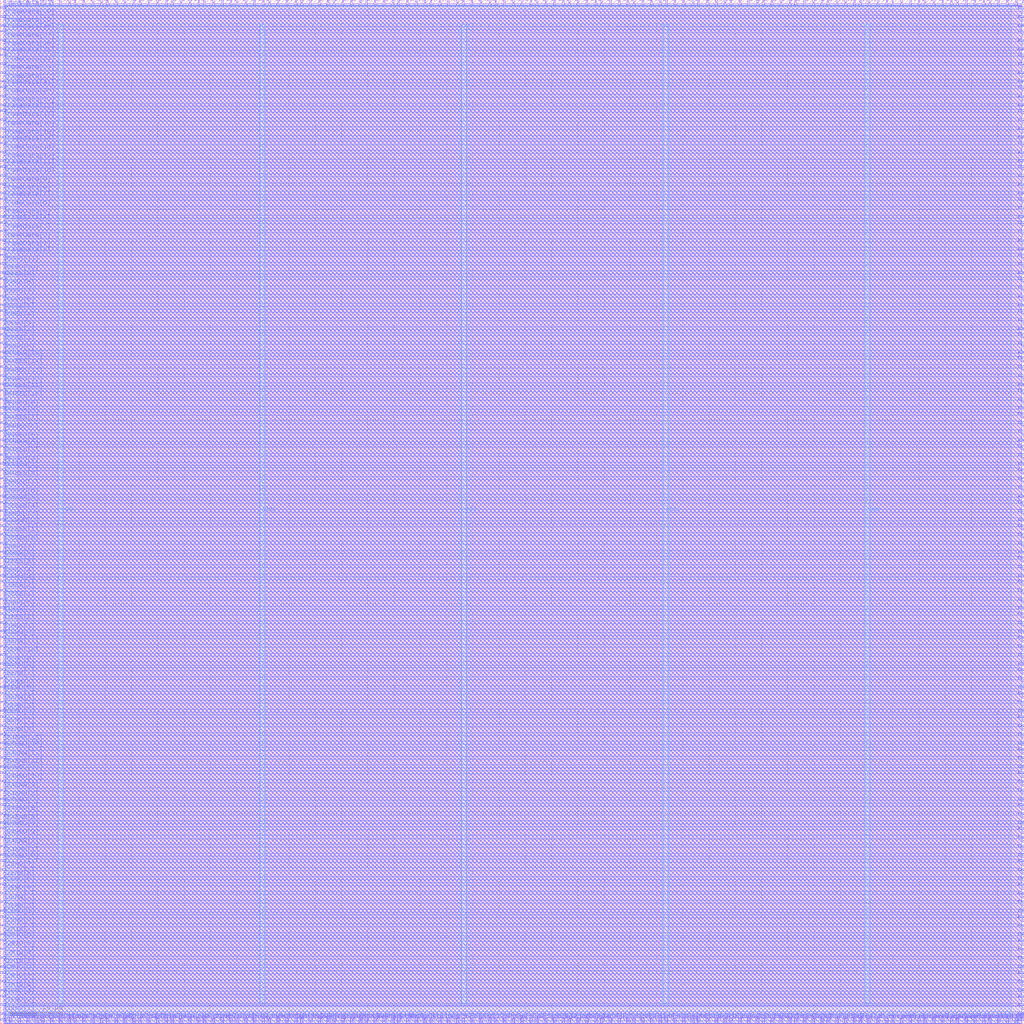
<source format=lef>
VERSION 5.7 ;
  NOWIREEXTENSIONATPIN ON ;
  DIVIDERCHAR "/" ;
  BUSBITCHARS "[]" ;
MACRO LUT4AB
  CLASS BLOCK ;
  FOREIGN LUT4AB ;
  ORIGIN 0.000 0.000 ;
  SIZE 390.000 BY 390.000 ;
  PIN Ci
    DIRECTION INPUT ;
    USE SIGNAL ;
    PORT
      LAYER Metal2 ;
        RECT 161.560 0.000 162.120 2.000 ;
    END
  END Ci
  PIN Co
    DIRECTION OUTPUT TRISTATE ;
    USE SIGNAL ;
    PORT
      LAYER Metal2 ;
        RECT 161.560 388.000 162.120 390.000 ;
    END
  END Co
  PIN E1BEG[0]
    DIRECTION OUTPUT TRISTATE ;
    USE SIGNAL ;
    PORT
      LAYER Metal3 ;
        RECT 388.000 1.400 390.000 1.960 ;
    END
  END E1BEG[0]
  PIN E1BEG[1]
    DIRECTION OUTPUT TRISTATE ;
    USE SIGNAL ;
    PORT
      LAYER Metal3 ;
        RECT 388.000 3.640 390.000 4.200 ;
    END
  END E1BEG[1]
  PIN E1BEG[2]
    DIRECTION OUTPUT TRISTATE ;
    USE SIGNAL ;
    PORT
      LAYER Metal3 ;
        RECT 388.000 7.000 390.000 7.560 ;
    END
  END E1BEG[2]
  PIN E1BEG[3]
    DIRECTION OUTPUT TRISTATE ;
    USE SIGNAL ;
    PORT
      LAYER Metal3 ;
        RECT 388.000 10.360 390.000 10.920 ;
    END
  END E1BEG[3]
  PIN E1END[0]
    DIRECTION INPUT ;
    USE SIGNAL ;
    PORT
      LAYER Metal3 ;
        RECT 0.000 1.400 2.000 1.960 ;
    END
  END E1END[0]
  PIN E1END[1]
    DIRECTION INPUT ;
    USE SIGNAL ;
    PORT
      LAYER Metal3 ;
        RECT 0.000 3.640 2.000 4.200 ;
    END
  END E1END[1]
  PIN E1END[2]
    DIRECTION INPUT ;
    USE SIGNAL ;
    PORT
      LAYER Metal3 ;
        RECT 0.000 7.000 2.000 7.560 ;
    END
  END E1END[2]
  PIN E1END[3]
    DIRECTION INPUT ;
    USE SIGNAL ;
    PORT
      LAYER Metal3 ;
        RECT 0.000 10.360 2.000 10.920 ;
    END
  END E1END[3]
  PIN E2BEG[0]
    DIRECTION OUTPUT TRISTATE ;
    USE SIGNAL ;
    PORT
      LAYER Metal3 ;
        RECT 388.000 12.600 390.000 13.160 ;
    END
  END E2BEG[0]
  PIN E2BEG[1]
    DIRECTION OUTPUT TRISTATE ;
    USE SIGNAL ;
    PORT
      LAYER Metal3 ;
        RECT 388.000 15.960 390.000 16.520 ;
    END
  END E2BEG[1]
  PIN E2BEG[2]
    DIRECTION OUTPUT TRISTATE ;
    USE SIGNAL ;
    PORT
      LAYER Metal3 ;
        RECT 388.000 19.320 390.000 19.880 ;
    END
  END E2BEG[2]
  PIN E2BEG[3]
    DIRECTION OUTPUT TRISTATE ;
    USE SIGNAL ;
    PORT
      LAYER Metal3 ;
        RECT 388.000 21.560 390.000 22.120 ;
    END
  END E2BEG[3]
  PIN E2BEG[4]
    DIRECTION OUTPUT TRISTATE ;
    USE SIGNAL ;
    PORT
      LAYER Metal3 ;
        RECT 388.000 24.920 390.000 25.480 ;
    END
  END E2BEG[4]
  PIN E2BEG[5]
    DIRECTION OUTPUT TRISTATE ;
    USE SIGNAL ;
    PORT
      LAYER Metal3 ;
        RECT 388.000 28.280 390.000 28.840 ;
    END
  END E2BEG[5]
  PIN E2BEG[6]
    DIRECTION OUTPUT TRISTATE ;
    USE SIGNAL ;
    PORT
      LAYER Metal3 ;
        RECT 388.000 31.640 390.000 32.200 ;
    END
  END E2BEG[6]
  PIN E2BEG[7]
    DIRECTION OUTPUT TRISTATE ;
    USE SIGNAL ;
    PORT
      LAYER Metal3 ;
        RECT 388.000 33.880 390.000 34.440 ;
    END
  END E2BEG[7]
  PIN E2BEGb[0]
    DIRECTION OUTPUT TRISTATE ;
    USE SIGNAL ;
    PORT
      LAYER Metal3 ;
        RECT 388.000 37.240 390.000 37.800 ;
    END
  END E2BEGb[0]
  PIN E2BEGb[1]
    DIRECTION OUTPUT TRISTATE ;
    USE SIGNAL ;
    PORT
      LAYER Metal3 ;
        RECT 388.000 40.600 390.000 41.160 ;
    END
  END E2BEGb[1]
  PIN E2BEGb[2]
    DIRECTION OUTPUT TRISTATE ;
    USE SIGNAL ;
    PORT
      LAYER Metal3 ;
        RECT 388.000 42.840 390.000 43.400 ;
    END
  END E2BEGb[2]
  PIN E2BEGb[3]
    DIRECTION OUTPUT TRISTATE ;
    USE SIGNAL ;
    PORT
      LAYER Metal3 ;
        RECT 388.000 46.200 390.000 46.760 ;
    END
  END E2BEGb[3]
  PIN E2BEGb[4]
    DIRECTION OUTPUT TRISTATE ;
    USE SIGNAL ;
    PORT
      LAYER Metal3 ;
        RECT 388.000 49.560 390.000 50.120 ;
    END
  END E2BEGb[4]
  PIN E2BEGb[5]
    DIRECTION OUTPUT TRISTATE ;
    USE SIGNAL ;
    PORT
      LAYER Metal3 ;
        RECT 388.000 52.920 390.000 53.480 ;
    END
  END E2BEGb[5]
  PIN E2BEGb[6]
    DIRECTION OUTPUT TRISTATE ;
    USE SIGNAL ;
    PORT
      LAYER Metal3 ;
        RECT 388.000 55.160 390.000 55.720 ;
    END
  END E2BEGb[6]
  PIN E2BEGb[7]
    DIRECTION OUTPUT TRISTATE ;
    USE SIGNAL ;
    PORT
      LAYER Metal3 ;
        RECT 388.000 58.520 390.000 59.080 ;
    END
  END E2BEGb[7]
  PIN E2END[0]
    DIRECTION INPUT ;
    USE SIGNAL ;
    PORT
      LAYER Metal3 ;
        RECT 0.000 37.240 2.000 37.800 ;
    END
  END E2END[0]
  PIN E2END[1]
    DIRECTION INPUT ;
    USE SIGNAL ;
    PORT
      LAYER Metal3 ;
        RECT 0.000 40.600 2.000 41.160 ;
    END
  END E2END[1]
  PIN E2END[2]
    DIRECTION INPUT ;
    USE SIGNAL ;
    PORT
      LAYER Metal3 ;
        RECT 0.000 42.840 2.000 43.400 ;
    END
  END E2END[2]
  PIN E2END[3]
    DIRECTION INPUT ;
    USE SIGNAL ;
    PORT
      LAYER Metal3 ;
        RECT 0.000 46.200 2.000 46.760 ;
    END
  END E2END[3]
  PIN E2END[4]
    DIRECTION INPUT ;
    USE SIGNAL ;
    PORT
      LAYER Metal3 ;
        RECT 0.000 49.560 2.000 50.120 ;
    END
  END E2END[4]
  PIN E2END[5]
    DIRECTION INPUT ;
    USE SIGNAL ;
    PORT
      LAYER Metal3 ;
        RECT 0.000 52.920 2.000 53.480 ;
    END
  END E2END[5]
  PIN E2END[6]
    DIRECTION INPUT ;
    USE SIGNAL ;
    PORT
      LAYER Metal3 ;
        RECT 0.000 55.160 2.000 55.720 ;
    END
  END E2END[6]
  PIN E2END[7]
    DIRECTION INPUT ;
    USE SIGNAL ;
    PORT
      LAYER Metal3 ;
        RECT 0.000 58.520 2.000 59.080 ;
    END
  END E2END[7]
  PIN E2MID[0]
    DIRECTION INPUT ;
    USE SIGNAL ;
    PORT
      LAYER Metal3 ;
        RECT 0.000 12.600 2.000 13.160 ;
    END
  END E2MID[0]
  PIN E2MID[1]
    DIRECTION INPUT ;
    USE SIGNAL ;
    PORT
      LAYER Metal3 ;
        RECT 0.000 15.960 2.000 16.520 ;
    END
  END E2MID[1]
  PIN E2MID[2]
    DIRECTION INPUT ;
    USE SIGNAL ;
    PORT
      LAYER Metal3 ;
        RECT 0.000 19.320 2.000 19.880 ;
    END
  END E2MID[2]
  PIN E2MID[3]
    DIRECTION INPUT ;
    USE SIGNAL ;
    PORT
      LAYER Metal3 ;
        RECT 0.000 21.560 2.000 22.120 ;
    END
  END E2MID[3]
  PIN E2MID[4]
    DIRECTION INPUT ;
    USE SIGNAL ;
    PORT
      LAYER Metal3 ;
        RECT 0.000 24.920 2.000 25.480 ;
    END
  END E2MID[4]
  PIN E2MID[5]
    DIRECTION INPUT ;
    USE SIGNAL ;
    PORT
      LAYER Metal3 ;
        RECT 0.000 28.280 2.000 28.840 ;
    END
  END E2MID[5]
  PIN E2MID[6]
    DIRECTION INPUT ;
    USE SIGNAL ;
    PORT
      LAYER Metal3 ;
        RECT 0.000 31.640 2.000 32.200 ;
    END
  END E2MID[6]
  PIN E2MID[7]
    DIRECTION INPUT ;
    USE SIGNAL ;
    PORT
      LAYER Metal3 ;
        RECT 0.000 33.880 2.000 34.440 ;
    END
  END E2MID[7]
  PIN E6BEG[0]
    DIRECTION OUTPUT TRISTATE ;
    USE SIGNAL ;
    PORT
      LAYER Metal3 ;
        RECT 388.000 110.040 390.000 110.600 ;
    END
  END E6BEG[0]
  PIN E6BEG[10]
    DIRECTION OUTPUT TRISTATE ;
    USE SIGNAL ;
    PORT
      LAYER Metal3 ;
        RECT 388.000 140.280 390.000 140.840 ;
    END
  END E6BEG[10]
  PIN E6BEG[11]
    DIRECTION OUTPUT TRISTATE ;
    USE SIGNAL ;
    PORT
      LAYER Metal3 ;
        RECT 388.000 143.640 390.000 144.200 ;
    END
  END E6BEG[11]
  PIN E6BEG[1]
    DIRECTION OUTPUT TRISTATE ;
    USE SIGNAL ;
    PORT
      LAYER Metal3 ;
        RECT 388.000 113.400 390.000 113.960 ;
    END
  END E6BEG[1]
  PIN E6BEG[2]
    DIRECTION OUTPUT TRISTATE ;
    USE SIGNAL ;
    PORT
      LAYER Metal3 ;
        RECT 388.000 116.760 390.000 117.320 ;
    END
  END E6BEG[2]
  PIN E6BEG[3]
    DIRECTION OUTPUT TRISTATE ;
    USE SIGNAL ;
    PORT
      LAYER Metal3 ;
        RECT 388.000 119.000 390.000 119.560 ;
    END
  END E6BEG[3]
  PIN E6BEG[4]
    DIRECTION OUTPUT TRISTATE ;
    USE SIGNAL ;
    PORT
      LAYER Metal3 ;
        RECT 388.000 122.360 390.000 122.920 ;
    END
  END E6BEG[4]
  PIN E6BEG[5]
    DIRECTION OUTPUT TRISTATE ;
    USE SIGNAL ;
    PORT
      LAYER Metal3 ;
        RECT 388.000 125.720 390.000 126.280 ;
    END
  END E6BEG[5]
  PIN E6BEG[6]
    DIRECTION OUTPUT TRISTATE ;
    USE SIGNAL ;
    PORT
      LAYER Metal3 ;
        RECT 388.000 127.960 390.000 128.520 ;
    END
  END E6BEG[6]
  PIN E6BEG[7]
    DIRECTION OUTPUT TRISTATE ;
    USE SIGNAL ;
    PORT
      LAYER Metal3 ;
        RECT 388.000 131.320 390.000 131.880 ;
    END
  END E6BEG[7]
  PIN E6BEG[8]
    DIRECTION OUTPUT TRISTATE ;
    USE SIGNAL ;
    PORT
      LAYER Metal3 ;
        RECT 388.000 134.680 390.000 135.240 ;
    END
  END E6BEG[8]
  PIN E6BEG[9]
    DIRECTION OUTPUT TRISTATE ;
    USE SIGNAL ;
    PORT
      LAYER Metal3 ;
        RECT 388.000 136.920 390.000 137.480 ;
    END
  END E6BEG[9]
  PIN E6END[0]
    DIRECTION INPUT ;
    USE SIGNAL ;
    PORT
      LAYER Metal3 ;
        RECT 0.000 110.040 2.000 110.600 ;
    END
  END E6END[0]
  PIN E6END[10]
    DIRECTION INPUT ;
    USE SIGNAL ;
    PORT
      LAYER Metal3 ;
        RECT 0.000 140.280 2.000 140.840 ;
    END
  END E6END[10]
  PIN E6END[11]
    DIRECTION INPUT ;
    USE SIGNAL ;
    PORT
      LAYER Metal3 ;
        RECT 0.000 143.640 2.000 144.200 ;
    END
  END E6END[11]
  PIN E6END[1]
    DIRECTION INPUT ;
    USE SIGNAL ;
    PORT
      LAYER Metal3 ;
        RECT 0.000 113.400 2.000 113.960 ;
    END
  END E6END[1]
  PIN E6END[2]
    DIRECTION INPUT ;
    USE SIGNAL ;
    PORT
      LAYER Metal3 ;
        RECT 0.000 116.760 2.000 117.320 ;
    END
  END E6END[2]
  PIN E6END[3]
    DIRECTION INPUT ;
    USE SIGNAL ;
    PORT
      LAYER Metal3 ;
        RECT 0.000 119.000 2.000 119.560 ;
    END
  END E6END[3]
  PIN E6END[4]
    DIRECTION INPUT ;
    USE SIGNAL ;
    PORT
      LAYER Metal3 ;
        RECT 0.000 122.360 2.000 122.920 ;
    END
  END E6END[4]
  PIN E6END[5]
    DIRECTION INPUT ;
    USE SIGNAL ;
    PORT
      LAYER Metal3 ;
        RECT 0.000 125.720 2.000 126.280 ;
    END
  END E6END[5]
  PIN E6END[6]
    DIRECTION INPUT ;
    USE SIGNAL ;
    PORT
      LAYER Metal3 ;
        RECT 0.000 127.960 2.000 128.520 ;
    END
  END E6END[6]
  PIN E6END[7]
    DIRECTION INPUT ;
    USE SIGNAL ;
    PORT
      LAYER Metal3 ;
        RECT 0.000 131.320 2.000 131.880 ;
    END
  END E6END[7]
  PIN E6END[8]
    DIRECTION INPUT ;
    USE SIGNAL ;
    PORT
      LAYER Metal3 ;
        RECT 0.000 134.680 2.000 135.240 ;
    END
  END E6END[8]
  PIN E6END[9]
    DIRECTION INPUT ;
    USE SIGNAL ;
    PORT
      LAYER Metal3 ;
        RECT 0.000 136.920 2.000 137.480 ;
    END
  END E6END[9]
  PIN EE4BEG[0]
    DIRECTION OUTPUT TRISTATE ;
    USE SIGNAL ;
    PORT
      LAYER Metal3 ;
        RECT 388.000 61.880 390.000 62.440 ;
    END
  END EE4BEG[0]
  PIN EE4BEG[10]
    DIRECTION OUTPUT TRISTATE ;
    USE SIGNAL ;
    PORT
      LAYER Metal3 ;
        RECT 388.000 92.120 390.000 92.680 ;
    END
  END EE4BEG[10]
  PIN EE4BEG[11]
    DIRECTION OUTPUT TRISTATE ;
    USE SIGNAL ;
    PORT
      LAYER Metal3 ;
        RECT 388.000 95.480 390.000 96.040 ;
    END
  END EE4BEG[11]
  PIN EE4BEG[12]
    DIRECTION OUTPUT TRISTATE ;
    USE SIGNAL ;
    PORT
      LAYER Metal3 ;
        RECT 388.000 97.720 390.000 98.280 ;
    END
  END EE4BEG[12]
  PIN EE4BEG[13]
    DIRECTION OUTPUT TRISTATE ;
    USE SIGNAL ;
    PORT
      LAYER Metal3 ;
        RECT 388.000 101.080 390.000 101.640 ;
    END
  END EE4BEG[13]
  PIN EE4BEG[14]
    DIRECTION OUTPUT TRISTATE ;
    USE SIGNAL ;
    PORT
      LAYER Metal3 ;
        RECT 388.000 104.440 390.000 105.000 ;
    END
  END EE4BEG[14]
  PIN EE4BEG[15]
    DIRECTION OUTPUT TRISTATE ;
    USE SIGNAL ;
    PORT
      LAYER Metal3 ;
        RECT 388.000 106.680 390.000 107.240 ;
    END
  END EE4BEG[15]
  PIN EE4BEG[1]
    DIRECTION OUTPUT TRISTATE ;
    USE SIGNAL ;
    PORT
      LAYER Metal3 ;
        RECT 388.000 64.120 390.000 64.680 ;
    END
  END EE4BEG[1]
  PIN EE4BEG[2]
    DIRECTION OUTPUT TRISTATE ;
    USE SIGNAL ;
    PORT
      LAYER Metal3 ;
        RECT 388.000 67.480 390.000 68.040 ;
    END
  END EE4BEG[2]
  PIN EE4BEG[3]
    DIRECTION OUTPUT TRISTATE ;
    USE SIGNAL ;
    PORT
      LAYER Metal3 ;
        RECT 388.000 70.840 390.000 71.400 ;
    END
  END EE4BEG[3]
  PIN EE4BEG[4]
    DIRECTION OUTPUT TRISTATE ;
    USE SIGNAL ;
    PORT
      LAYER Metal3 ;
        RECT 388.000 74.200 390.000 74.760 ;
    END
  END EE4BEG[4]
  PIN EE4BEG[5]
    DIRECTION OUTPUT TRISTATE ;
    USE SIGNAL ;
    PORT
      LAYER Metal3 ;
        RECT 388.000 76.440 390.000 77.000 ;
    END
  END EE4BEG[5]
  PIN EE4BEG[6]
    DIRECTION OUTPUT TRISTATE ;
    USE SIGNAL ;
    PORT
      LAYER Metal3 ;
        RECT 388.000 79.800 390.000 80.360 ;
    END
  END EE4BEG[6]
  PIN EE4BEG[7]
    DIRECTION OUTPUT TRISTATE ;
    USE SIGNAL ;
    PORT
      LAYER Metal3 ;
        RECT 388.000 83.160 390.000 83.720 ;
    END
  END EE4BEG[7]
  PIN EE4BEG[8]
    DIRECTION OUTPUT TRISTATE ;
    USE SIGNAL ;
    PORT
      LAYER Metal3 ;
        RECT 388.000 85.400 390.000 85.960 ;
    END
  END EE4BEG[8]
  PIN EE4BEG[9]
    DIRECTION OUTPUT TRISTATE ;
    USE SIGNAL ;
    PORT
      LAYER Metal3 ;
        RECT 388.000 88.760 390.000 89.320 ;
    END
  END EE4BEG[9]
  PIN EE4END[0]
    DIRECTION INPUT ;
    USE SIGNAL ;
    PORT
      LAYER Metal3 ;
        RECT 0.000 61.880 2.000 62.440 ;
    END
  END EE4END[0]
  PIN EE4END[10]
    DIRECTION INPUT ;
    USE SIGNAL ;
    PORT
      LAYER Metal3 ;
        RECT 0.000 92.120 2.000 92.680 ;
    END
  END EE4END[10]
  PIN EE4END[11]
    DIRECTION INPUT ;
    USE SIGNAL ;
    PORT
      LAYER Metal3 ;
        RECT 0.000 95.480 2.000 96.040 ;
    END
  END EE4END[11]
  PIN EE4END[12]
    DIRECTION INPUT ;
    USE SIGNAL ;
    PORT
      LAYER Metal3 ;
        RECT 0.000 97.720 2.000 98.280 ;
    END
  END EE4END[12]
  PIN EE4END[13]
    DIRECTION INPUT ;
    USE SIGNAL ;
    PORT
      LAYER Metal3 ;
        RECT 0.000 101.080 2.000 101.640 ;
    END
  END EE4END[13]
  PIN EE4END[14]
    DIRECTION INPUT ;
    USE SIGNAL ;
    PORT
      LAYER Metal3 ;
        RECT 0.000 104.440 2.000 105.000 ;
    END
  END EE4END[14]
  PIN EE4END[15]
    DIRECTION INPUT ;
    USE SIGNAL ;
    PORT
      LAYER Metal3 ;
        RECT 0.000 106.680 2.000 107.240 ;
    END
  END EE4END[15]
  PIN EE4END[1]
    DIRECTION INPUT ;
    USE SIGNAL ;
    PORT
      LAYER Metal3 ;
        RECT 0.000 64.120 2.000 64.680 ;
    END
  END EE4END[1]
  PIN EE4END[2]
    DIRECTION INPUT ;
    USE SIGNAL ;
    PORT
      LAYER Metal3 ;
        RECT 0.000 67.480 2.000 68.040 ;
    END
  END EE4END[2]
  PIN EE4END[3]
    DIRECTION INPUT ;
    USE SIGNAL ;
    PORT
      LAYER Metal3 ;
        RECT 0.000 70.840 2.000 71.400 ;
    END
  END EE4END[3]
  PIN EE4END[4]
    DIRECTION INPUT ;
    USE SIGNAL ;
    PORT
      LAYER Metal3 ;
        RECT 0.000 74.200 2.000 74.760 ;
    END
  END EE4END[4]
  PIN EE4END[5]
    DIRECTION INPUT ;
    USE SIGNAL ;
    PORT
      LAYER Metal3 ;
        RECT 0.000 76.440 2.000 77.000 ;
    END
  END EE4END[5]
  PIN EE4END[6]
    DIRECTION INPUT ;
    USE SIGNAL ;
    PORT
      LAYER Metal3 ;
        RECT 0.000 79.800 2.000 80.360 ;
    END
  END EE4END[6]
  PIN EE4END[7]
    DIRECTION INPUT ;
    USE SIGNAL ;
    PORT
      LAYER Metal3 ;
        RECT 0.000 83.160 2.000 83.720 ;
    END
  END EE4END[7]
  PIN EE4END[8]
    DIRECTION INPUT ;
    USE SIGNAL ;
    PORT
      LAYER Metal3 ;
        RECT 0.000 85.400 2.000 85.960 ;
    END
  END EE4END[8]
  PIN EE4END[9]
    DIRECTION INPUT ;
    USE SIGNAL ;
    PORT
      LAYER Metal3 ;
        RECT 0.000 88.760 2.000 89.320 ;
    END
  END EE4END[9]
  PIN FrameData[0]
    DIRECTION INPUT ;
    USE SIGNAL ;
    PORT
      LAYER Metal3 ;
        RECT 0.000 292.600 2.000 293.160 ;
    END
  END FrameData[0]
  PIN FrameData[10]
    DIRECTION INPUT ;
    USE SIGNAL ;
    PORT
      LAYER Metal3 ;
        RECT 0.000 322.840 2.000 323.400 ;
    END
  END FrameData[10]
  PIN FrameData[11]
    DIRECTION INPUT ;
    USE SIGNAL ;
    PORT
      LAYER Metal3 ;
        RECT 0.000 326.200 2.000 326.760 ;
    END
  END FrameData[11]
  PIN FrameData[12]
    DIRECTION INPUT ;
    USE SIGNAL ;
    PORT
      LAYER Metal3 ;
        RECT 0.000 328.440 2.000 329.000 ;
    END
  END FrameData[12]
  PIN FrameData[13]
    DIRECTION INPUT ;
    USE SIGNAL ;
    PORT
      LAYER Metal3 ;
        RECT 0.000 331.800 2.000 332.360 ;
    END
  END FrameData[13]
  PIN FrameData[14]
    DIRECTION INPUT ;
    USE SIGNAL ;
    PORT
      LAYER Metal3 ;
        RECT 0.000 335.160 2.000 335.720 ;
    END
  END FrameData[14]
  PIN FrameData[15]
    DIRECTION INPUT ;
    USE SIGNAL ;
    PORT
      LAYER Metal3 ;
        RECT 0.000 337.400 2.000 337.960 ;
    END
  END FrameData[15]
  PIN FrameData[16]
    DIRECTION INPUT ;
    USE SIGNAL ;
    PORT
      LAYER Metal3 ;
        RECT 0.000 340.760 2.000 341.320 ;
    END
  END FrameData[16]
  PIN FrameData[17]
    DIRECTION INPUT ;
    USE SIGNAL ;
    PORT
      LAYER Metal3 ;
        RECT 0.000 344.120 2.000 344.680 ;
    END
  END FrameData[17]
  PIN FrameData[18]
    DIRECTION INPUT ;
    USE SIGNAL ;
    PORT
      LAYER Metal3 ;
        RECT 0.000 347.480 2.000 348.040 ;
    END
  END FrameData[18]
  PIN FrameData[19]
    DIRECTION INPUT ;
    USE SIGNAL ;
    PORT
      LAYER Metal3 ;
        RECT 0.000 349.720 2.000 350.280 ;
    END
  END FrameData[19]
  PIN FrameData[1]
    DIRECTION INPUT ;
    USE SIGNAL ;
    PORT
      LAYER Metal3 ;
        RECT 0.000 294.840 2.000 295.400 ;
    END
  END FrameData[1]
  PIN FrameData[20]
    DIRECTION INPUT ;
    USE SIGNAL ;
    PORT
      LAYER Metal3 ;
        RECT 0.000 353.080 2.000 353.640 ;
    END
  END FrameData[20]
  PIN FrameData[21]
    DIRECTION INPUT ;
    USE SIGNAL ;
    PORT
      LAYER Metal3 ;
        RECT 0.000 356.440 2.000 357.000 ;
    END
  END FrameData[21]
  PIN FrameData[22]
    DIRECTION INPUT ;
    USE SIGNAL ;
    PORT
      LAYER Metal3 ;
        RECT 0.000 358.680 2.000 359.240 ;
    END
  END FrameData[22]
  PIN FrameData[23]
    DIRECTION INPUT ;
    USE SIGNAL ;
    PORT
      LAYER Metal3 ;
        RECT 0.000 362.040 2.000 362.600 ;
    END
  END FrameData[23]
  PIN FrameData[24]
    DIRECTION INPUT ;
    USE SIGNAL ;
    PORT
      LAYER Metal3 ;
        RECT 0.000 365.400 2.000 365.960 ;
    END
  END FrameData[24]
  PIN FrameData[25]
    DIRECTION INPUT ;
    USE SIGNAL ;
    PORT
      LAYER Metal3 ;
        RECT 0.000 368.760 2.000 369.320 ;
    END
  END FrameData[25]
  PIN FrameData[26]
    DIRECTION INPUT ;
    USE SIGNAL ;
    PORT
      LAYER Metal3 ;
        RECT 0.000 371.000 2.000 371.560 ;
    END
  END FrameData[26]
  PIN FrameData[27]
    DIRECTION INPUT ;
    USE SIGNAL ;
    PORT
      LAYER Metal3 ;
        RECT 0.000 374.360 2.000 374.920 ;
    END
  END FrameData[27]
  PIN FrameData[28]
    DIRECTION INPUT ;
    USE SIGNAL ;
    PORT
      LAYER Metal3 ;
        RECT 0.000 377.720 2.000 378.280 ;
    END
  END FrameData[28]
  PIN FrameData[29]
    DIRECTION INPUT ;
    USE SIGNAL ;
    PORT
      LAYER Metal3 ;
        RECT 0.000 379.960 2.000 380.520 ;
    END
  END FrameData[29]
  PIN FrameData[2]
    DIRECTION INPUT ;
    USE SIGNAL ;
    PORT
      LAYER Metal3 ;
        RECT 0.000 298.200 2.000 298.760 ;
    END
  END FrameData[2]
  PIN FrameData[30]
    DIRECTION INPUT ;
    USE SIGNAL ;
    PORT
      LAYER Metal3 ;
        RECT 0.000 383.320 2.000 383.880 ;
    END
  END FrameData[30]
  PIN FrameData[31]
    DIRECTION INPUT ;
    USE SIGNAL ;
    PORT
      LAYER Metal3 ;
        RECT 0.000 386.680 2.000 387.240 ;
    END
  END FrameData[31]
  PIN FrameData[3]
    DIRECTION INPUT ;
    USE SIGNAL ;
    PORT
      LAYER Metal3 ;
        RECT 0.000 301.560 2.000 302.120 ;
    END
  END FrameData[3]
  PIN FrameData[4]
    DIRECTION INPUT ;
    USE SIGNAL ;
    PORT
      LAYER Metal3 ;
        RECT 0.000 304.920 2.000 305.480 ;
    END
  END FrameData[4]
  PIN FrameData[5]
    DIRECTION INPUT ;
    USE SIGNAL ;
    PORT
      LAYER Metal3 ;
        RECT 0.000 307.160 2.000 307.720 ;
    END
  END FrameData[5]
  PIN FrameData[6]
    DIRECTION INPUT ;
    USE SIGNAL ;
    PORT
      LAYER Metal3 ;
        RECT 0.000 310.520 2.000 311.080 ;
    END
  END FrameData[6]
  PIN FrameData[7]
    DIRECTION INPUT ;
    USE SIGNAL ;
    PORT
      LAYER Metal3 ;
        RECT 0.000 313.880 2.000 314.440 ;
    END
  END FrameData[7]
  PIN FrameData[8]
    DIRECTION INPUT ;
    USE SIGNAL ;
    PORT
      LAYER Metal3 ;
        RECT 0.000 316.120 2.000 316.680 ;
    END
  END FrameData[8]
  PIN FrameData[9]
    DIRECTION INPUT ;
    USE SIGNAL ;
    PORT
      LAYER Metal3 ;
        RECT 0.000 319.480 2.000 320.040 ;
    END
  END FrameData[9]
  PIN FrameData_O[0]
    DIRECTION OUTPUT TRISTATE ;
    USE SIGNAL ;
    PORT
      LAYER Metal3 ;
        RECT 388.000 292.600 390.000 293.160 ;
    END
  END FrameData_O[0]
  PIN FrameData_O[10]
    DIRECTION OUTPUT TRISTATE ;
    USE SIGNAL ;
    PORT
      LAYER Metal3 ;
        RECT 388.000 322.840 390.000 323.400 ;
    END
  END FrameData_O[10]
  PIN FrameData_O[11]
    DIRECTION OUTPUT TRISTATE ;
    USE SIGNAL ;
    PORT
      LAYER Metal3 ;
        RECT 388.000 326.200 390.000 326.760 ;
    END
  END FrameData_O[11]
  PIN FrameData_O[12]
    DIRECTION OUTPUT TRISTATE ;
    USE SIGNAL ;
    PORT
      LAYER Metal3 ;
        RECT 388.000 328.440 390.000 329.000 ;
    END
  END FrameData_O[12]
  PIN FrameData_O[13]
    DIRECTION OUTPUT TRISTATE ;
    USE SIGNAL ;
    PORT
      LAYER Metal3 ;
        RECT 388.000 331.800 390.000 332.360 ;
    END
  END FrameData_O[13]
  PIN FrameData_O[14]
    DIRECTION OUTPUT TRISTATE ;
    USE SIGNAL ;
    PORT
      LAYER Metal3 ;
        RECT 388.000 335.160 390.000 335.720 ;
    END
  END FrameData_O[14]
  PIN FrameData_O[15]
    DIRECTION OUTPUT TRISTATE ;
    USE SIGNAL ;
    PORT
      LAYER Metal3 ;
        RECT 388.000 337.400 390.000 337.960 ;
    END
  END FrameData_O[15]
  PIN FrameData_O[16]
    DIRECTION OUTPUT TRISTATE ;
    USE SIGNAL ;
    PORT
      LAYER Metal3 ;
        RECT 388.000 340.760 390.000 341.320 ;
    END
  END FrameData_O[16]
  PIN FrameData_O[17]
    DIRECTION OUTPUT TRISTATE ;
    USE SIGNAL ;
    PORT
      LAYER Metal3 ;
        RECT 388.000 344.120 390.000 344.680 ;
    END
  END FrameData_O[17]
  PIN FrameData_O[18]
    DIRECTION OUTPUT TRISTATE ;
    USE SIGNAL ;
    PORT
      LAYER Metal3 ;
        RECT 388.000 347.480 390.000 348.040 ;
    END
  END FrameData_O[18]
  PIN FrameData_O[19]
    DIRECTION OUTPUT TRISTATE ;
    USE SIGNAL ;
    PORT
      LAYER Metal3 ;
        RECT 388.000 349.720 390.000 350.280 ;
    END
  END FrameData_O[19]
  PIN FrameData_O[1]
    DIRECTION OUTPUT TRISTATE ;
    USE SIGNAL ;
    PORT
      LAYER Metal3 ;
        RECT 388.000 294.840 390.000 295.400 ;
    END
  END FrameData_O[1]
  PIN FrameData_O[20]
    DIRECTION OUTPUT TRISTATE ;
    USE SIGNAL ;
    PORT
      LAYER Metal3 ;
        RECT 388.000 353.080 390.000 353.640 ;
    END
  END FrameData_O[20]
  PIN FrameData_O[21]
    DIRECTION OUTPUT TRISTATE ;
    USE SIGNAL ;
    PORT
      LAYER Metal3 ;
        RECT 388.000 356.440 390.000 357.000 ;
    END
  END FrameData_O[21]
  PIN FrameData_O[22]
    DIRECTION OUTPUT TRISTATE ;
    USE SIGNAL ;
    PORT
      LAYER Metal3 ;
        RECT 388.000 358.680 390.000 359.240 ;
    END
  END FrameData_O[22]
  PIN FrameData_O[23]
    DIRECTION OUTPUT TRISTATE ;
    USE SIGNAL ;
    PORT
      LAYER Metal3 ;
        RECT 388.000 362.040 390.000 362.600 ;
    END
  END FrameData_O[23]
  PIN FrameData_O[24]
    DIRECTION OUTPUT TRISTATE ;
    USE SIGNAL ;
    PORT
      LAYER Metal3 ;
        RECT 388.000 365.400 390.000 365.960 ;
    END
  END FrameData_O[24]
  PIN FrameData_O[25]
    DIRECTION OUTPUT TRISTATE ;
    USE SIGNAL ;
    PORT
      LAYER Metal3 ;
        RECT 388.000 368.760 390.000 369.320 ;
    END
  END FrameData_O[25]
  PIN FrameData_O[26]
    DIRECTION OUTPUT TRISTATE ;
    USE SIGNAL ;
    PORT
      LAYER Metal3 ;
        RECT 388.000 371.000 390.000 371.560 ;
    END
  END FrameData_O[26]
  PIN FrameData_O[27]
    DIRECTION OUTPUT TRISTATE ;
    USE SIGNAL ;
    PORT
      LAYER Metal3 ;
        RECT 388.000 374.360 390.000 374.920 ;
    END
  END FrameData_O[27]
  PIN FrameData_O[28]
    DIRECTION OUTPUT TRISTATE ;
    USE SIGNAL ;
    PORT
      LAYER Metal3 ;
        RECT 388.000 377.720 390.000 378.280 ;
    END
  END FrameData_O[28]
  PIN FrameData_O[29]
    DIRECTION OUTPUT TRISTATE ;
    USE SIGNAL ;
    PORT
      LAYER Metal3 ;
        RECT 388.000 379.960 390.000 380.520 ;
    END
  END FrameData_O[29]
  PIN FrameData_O[2]
    DIRECTION OUTPUT TRISTATE ;
    USE SIGNAL ;
    PORT
      LAYER Metal3 ;
        RECT 388.000 298.200 390.000 298.760 ;
    END
  END FrameData_O[2]
  PIN FrameData_O[30]
    DIRECTION OUTPUT TRISTATE ;
    USE SIGNAL ;
    PORT
      LAYER Metal3 ;
        RECT 388.000 383.320 390.000 383.880 ;
    END
  END FrameData_O[30]
  PIN FrameData_O[31]
    DIRECTION OUTPUT TRISTATE ;
    USE SIGNAL ;
    PORT
      LAYER Metal3 ;
        RECT 388.000 386.680 390.000 387.240 ;
    END
  END FrameData_O[31]
  PIN FrameData_O[3]
    DIRECTION OUTPUT TRISTATE ;
    USE SIGNAL ;
    PORT
      LAYER Metal3 ;
        RECT 388.000 301.560 390.000 302.120 ;
    END
  END FrameData_O[3]
  PIN FrameData_O[4]
    DIRECTION OUTPUT TRISTATE ;
    USE SIGNAL ;
    PORT
      LAYER Metal3 ;
        RECT 388.000 304.920 390.000 305.480 ;
    END
  END FrameData_O[4]
  PIN FrameData_O[5]
    DIRECTION OUTPUT TRISTATE ;
    USE SIGNAL ;
    PORT
      LAYER Metal3 ;
        RECT 388.000 307.160 390.000 307.720 ;
    END
  END FrameData_O[5]
  PIN FrameData_O[6]
    DIRECTION OUTPUT TRISTATE ;
    USE SIGNAL ;
    PORT
      LAYER Metal3 ;
        RECT 388.000 310.520 390.000 311.080 ;
    END
  END FrameData_O[6]
  PIN FrameData_O[7]
    DIRECTION OUTPUT TRISTATE ;
    USE SIGNAL ;
    PORT
      LAYER Metal3 ;
        RECT 388.000 313.880 390.000 314.440 ;
    END
  END FrameData_O[7]
  PIN FrameData_O[8]
    DIRECTION OUTPUT TRISTATE ;
    USE SIGNAL ;
    PORT
      LAYER Metal3 ;
        RECT 388.000 316.120 390.000 316.680 ;
    END
  END FrameData_O[8]
  PIN FrameData_O[9]
    DIRECTION OUTPUT TRISTATE ;
    USE SIGNAL ;
    PORT
      LAYER Metal3 ;
        RECT 388.000 319.480 390.000 320.040 ;
    END
  END FrameData_O[9]
  PIN FrameStrobe[0]
    DIRECTION INPUT ;
    USE SIGNAL ;
    PORT
      LAYER Metal2 ;
        RECT 327.320 0.000 327.880 2.000 ;
    END
  END FrameStrobe[0]
  PIN FrameStrobe[10]
    DIRECTION INPUT ;
    USE SIGNAL ;
    PORT
      LAYER Metal2 ;
        RECT 358.680 0.000 359.240 2.000 ;
    END
  END FrameStrobe[10]
  PIN FrameStrobe[11]
    DIRECTION INPUT ;
    USE SIGNAL ;
    PORT
      LAYER Metal2 ;
        RECT 362.040 0.000 362.600 2.000 ;
    END
  END FrameStrobe[11]
  PIN FrameStrobe[12]
    DIRECTION INPUT ;
    USE SIGNAL ;
    PORT
      LAYER Metal2 ;
        RECT 364.280 0.000 364.840 2.000 ;
    END
  END FrameStrobe[12]
  PIN FrameStrobe[13]
    DIRECTION INPUT ;
    USE SIGNAL ;
    PORT
      LAYER Metal2 ;
        RECT 367.640 0.000 368.200 2.000 ;
    END
  END FrameStrobe[13]
  PIN FrameStrobe[14]
    DIRECTION INPUT ;
    USE SIGNAL ;
    PORT
      LAYER Metal2 ;
        RECT 371.000 0.000 371.560 2.000 ;
    END
  END FrameStrobe[14]
  PIN FrameStrobe[15]
    DIRECTION INPUT ;
    USE SIGNAL ;
    PORT
      LAYER Metal2 ;
        RECT 374.360 0.000 374.920 2.000 ;
    END
  END FrameStrobe[15]
  PIN FrameStrobe[16]
    DIRECTION INPUT ;
    USE SIGNAL ;
    PORT
      LAYER Metal2 ;
        RECT 376.600 0.000 377.160 2.000 ;
    END
  END FrameStrobe[16]
  PIN FrameStrobe[17]
    DIRECTION INPUT ;
    USE SIGNAL ;
    PORT
      LAYER Metal2 ;
        RECT 379.960 0.000 380.520 2.000 ;
    END
  END FrameStrobe[17]
  PIN FrameStrobe[18]
    DIRECTION INPUT ;
    USE SIGNAL ;
    PORT
      LAYER Metal2 ;
        RECT 383.320 0.000 383.880 2.000 ;
    END
  END FrameStrobe[18]
  PIN FrameStrobe[19]
    DIRECTION INPUT ;
    USE SIGNAL ;
    PORT
      LAYER Metal2 ;
        RECT 386.680 0.000 387.240 2.000 ;
    END
  END FrameStrobe[19]
  PIN FrameStrobe[1]
    DIRECTION INPUT ;
    USE SIGNAL ;
    PORT
      LAYER Metal2 ;
        RECT 330.680 0.000 331.240 2.000 ;
    END
  END FrameStrobe[1]
  PIN FrameStrobe[2]
    DIRECTION INPUT ;
    USE SIGNAL ;
    PORT
      LAYER Metal2 ;
        RECT 334.040 0.000 334.600 2.000 ;
    END
  END FrameStrobe[2]
  PIN FrameStrobe[3]
    DIRECTION INPUT ;
    USE SIGNAL ;
    PORT
      LAYER Metal2 ;
        RECT 337.400 0.000 337.960 2.000 ;
    END
  END FrameStrobe[3]
  PIN FrameStrobe[4]
    DIRECTION INPUT ;
    USE SIGNAL ;
    PORT
      LAYER Metal2 ;
        RECT 339.640 0.000 340.200 2.000 ;
    END
  END FrameStrobe[4]
  PIN FrameStrobe[5]
    DIRECTION INPUT ;
    USE SIGNAL ;
    PORT
      LAYER Metal2 ;
        RECT 343.000 0.000 343.560 2.000 ;
    END
  END FrameStrobe[5]
  PIN FrameStrobe[6]
    DIRECTION INPUT ;
    USE SIGNAL ;
    PORT
      LAYER Metal2 ;
        RECT 346.360 0.000 346.920 2.000 ;
    END
  END FrameStrobe[6]
  PIN FrameStrobe[7]
    DIRECTION INPUT ;
    USE SIGNAL ;
    PORT
      LAYER Metal2 ;
        RECT 349.720 0.000 350.280 2.000 ;
    END
  END FrameStrobe[7]
  PIN FrameStrobe[8]
    DIRECTION INPUT ;
    USE SIGNAL ;
    PORT
      LAYER Metal2 ;
        RECT 351.960 0.000 352.520 2.000 ;
    END
  END FrameStrobe[8]
  PIN FrameStrobe[9]
    DIRECTION INPUT ;
    USE SIGNAL ;
    PORT
      LAYER Metal2 ;
        RECT 355.320 0.000 355.880 2.000 ;
    END
  END FrameStrobe[9]
  PIN FrameStrobe_O[0]
    DIRECTION OUTPUT TRISTATE ;
    USE SIGNAL ;
    PORT
      LAYER Metal2 ;
        RECT 327.320 388.000 327.880 390.000 ;
    END
  END FrameStrobe_O[0]
  PIN FrameStrobe_O[10]
    DIRECTION OUTPUT TRISTATE ;
    USE SIGNAL ;
    PORT
      LAYER Metal2 ;
        RECT 358.680 388.000 359.240 390.000 ;
    END
  END FrameStrobe_O[10]
  PIN FrameStrobe_O[11]
    DIRECTION OUTPUT TRISTATE ;
    USE SIGNAL ;
    PORT
      LAYER Metal2 ;
        RECT 362.040 388.000 362.600 390.000 ;
    END
  END FrameStrobe_O[11]
  PIN FrameStrobe_O[12]
    DIRECTION OUTPUT TRISTATE ;
    USE SIGNAL ;
    PORT
      LAYER Metal2 ;
        RECT 364.280 388.000 364.840 390.000 ;
    END
  END FrameStrobe_O[12]
  PIN FrameStrobe_O[13]
    DIRECTION OUTPUT TRISTATE ;
    USE SIGNAL ;
    PORT
      LAYER Metal2 ;
        RECT 367.640 388.000 368.200 390.000 ;
    END
  END FrameStrobe_O[13]
  PIN FrameStrobe_O[14]
    DIRECTION OUTPUT TRISTATE ;
    USE SIGNAL ;
    PORT
      LAYER Metal2 ;
        RECT 371.000 388.000 371.560 390.000 ;
    END
  END FrameStrobe_O[14]
  PIN FrameStrobe_O[15]
    DIRECTION OUTPUT TRISTATE ;
    USE SIGNAL ;
    PORT
      LAYER Metal2 ;
        RECT 374.360 388.000 374.920 390.000 ;
    END
  END FrameStrobe_O[15]
  PIN FrameStrobe_O[16]
    DIRECTION OUTPUT TRISTATE ;
    USE SIGNAL ;
    PORT
      LAYER Metal2 ;
        RECT 376.600 388.000 377.160 390.000 ;
    END
  END FrameStrobe_O[16]
  PIN FrameStrobe_O[17]
    DIRECTION OUTPUT TRISTATE ;
    USE SIGNAL ;
    PORT
      LAYER Metal2 ;
        RECT 379.960 388.000 380.520 390.000 ;
    END
  END FrameStrobe_O[17]
  PIN FrameStrobe_O[18]
    DIRECTION OUTPUT TRISTATE ;
    USE SIGNAL ;
    PORT
      LAYER Metal2 ;
        RECT 383.320 388.000 383.880 390.000 ;
    END
  END FrameStrobe_O[18]
  PIN FrameStrobe_O[19]
    DIRECTION OUTPUT TRISTATE ;
    USE SIGNAL ;
    PORT
      LAYER Metal2 ;
        RECT 386.680 388.000 387.240 390.000 ;
    END
  END FrameStrobe_O[19]
  PIN FrameStrobe_O[1]
    DIRECTION OUTPUT TRISTATE ;
    USE SIGNAL ;
    PORT
      LAYER Metal2 ;
        RECT 330.680 388.000 331.240 390.000 ;
    END
  END FrameStrobe_O[1]
  PIN FrameStrobe_O[2]
    DIRECTION OUTPUT TRISTATE ;
    USE SIGNAL ;
    PORT
      LAYER Metal2 ;
        RECT 334.040 388.000 334.600 390.000 ;
    END
  END FrameStrobe_O[2]
  PIN FrameStrobe_O[3]
    DIRECTION OUTPUT TRISTATE ;
    USE SIGNAL ;
    PORT
      LAYER Metal2 ;
        RECT 337.400 388.000 337.960 390.000 ;
    END
  END FrameStrobe_O[3]
  PIN FrameStrobe_O[4]
    DIRECTION OUTPUT TRISTATE ;
    USE SIGNAL ;
    PORT
      LAYER Metal2 ;
        RECT 339.640 388.000 340.200 390.000 ;
    END
  END FrameStrobe_O[4]
  PIN FrameStrobe_O[5]
    DIRECTION OUTPUT TRISTATE ;
    USE SIGNAL ;
    PORT
      LAYER Metal2 ;
        RECT 343.000 388.000 343.560 390.000 ;
    END
  END FrameStrobe_O[5]
  PIN FrameStrobe_O[6]
    DIRECTION OUTPUT TRISTATE ;
    USE SIGNAL ;
    PORT
      LAYER Metal2 ;
        RECT 346.360 388.000 346.920 390.000 ;
    END
  END FrameStrobe_O[6]
  PIN FrameStrobe_O[7]
    DIRECTION OUTPUT TRISTATE ;
    USE SIGNAL ;
    PORT
      LAYER Metal2 ;
        RECT 349.720 388.000 350.280 390.000 ;
    END
  END FrameStrobe_O[7]
  PIN FrameStrobe_O[8]
    DIRECTION OUTPUT TRISTATE ;
    USE SIGNAL ;
    PORT
      LAYER Metal2 ;
        RECT 351.960 388.000 352.520 390.000 ;
    END
  END FrameStrobe_O[8]
  PIN FrameStrobe_O[9]
    DIRECTION OUTPUT TRISTATE ;
    USE SIGNAL ;
    PORT
      LAYER Metal2 ;
        RECT 355.320 388.000 355.880 390.000 ;
    END
  END FrameStrobe_O[9]
  PIN N1BEG[0]
    DIRECTION OUTPUT TRISTATE ;
    USE SIGNAL ;
    PORT
      LAYER Metal2 ;
        RECT 1.400 388.000 1.960 390.000 ;
    END
  END N1BEG[0]
  PIN N1BEG[1]
    DIRECTION OUTPUT TRISTATE ;
    USE SIGNAL ;
    PORT
      LAYER Metal2 ;
        RECT 3.640 388.000 4.200 390.000 ;
    END
  END N1BEG[1]
  PIN N1BEG[2]
    DIRECTION OUTPUT TRISTATE ;
    USE SIGNAL ;
    PORT
      LAYER Metal2 ;
        RECT 7.000 388.000 7.560 390.000 ;
    END
  END N1BEG[2]
  PIN N1BEG[3]
    DIRECTION OUTPUT TRISTATE ;
    USE SIGNAL ;
    PORT
      LAYER Metal2 ;
        RECT 10.360 388.000 10.920 390.000 ;
    END
  END N1BEG[3]
  PIN N1END[0]
    DIRECTION INPUT ;
    USE SIGNAL ;
    PORT
      LAYER Metal2 ;
        RECT 1.400 0.000 1.960 2.000 ;
    END
  END N1END[0]
  PIN N1END[1]
    DIRECTION INPUT ;
    USE SIGNAL ;
    PORT
      LAYER Metal2 ;
        RECT 3.640 0.000 4.200 2.000 ;
    END
  END N1END[1]
  PIN N1END[2]
    DIRECTION INPUT ;
    USE SIGNAL ;
    PORT
      LAYER Metal2 ;
        RECT 7.000 0.000 7.560 2.000 ;
    END
  END N1END[2]
  PIN N1END[3]
    DIRECTION INPUT ;
    USE SIGNAL ;
    PORT
      LAYER Metal2 ;
        RECT 10.360 0.000 10.920 2.000 ;
    END
  END N1END[3]
  PIN N2BEG[0]
    DIRECTION OUTPUT TRISTATE ;
    USE SIGNAL ;
    PORT
      LAYER Metal2 ;
        RECT 13.720 388.000 14.280 390.000 ;
    END
  END N2BEG[0]
  PIN N2BEG[1]
    DIRECTION OUTPUT TRISTATE ;
    USE SIGNAL ;
    PORT
      LAYER Metal2 ;
        RECT 15.960 388.000 16.520 390.000 ;
    END
  END N2BEG[1]
  PIN N2BEG[2]
    DIRECTION OUTPUT TRISTATE ;
    USE SIGNAL ;
    PORT
      LAYER Metal2 ;
        RECT 19.320 388.000 19.880 390.000 ;
    END
  END N2BEG[2]
  PIN N2BEG[3]
    DIRECTION OUTPUT TRISTATE ;
    USE SIGNAL ;
    PORT
      LAYER Metal2 ;
        RECT 22.680 388.000 23.240 390.000 ;
    END
  END N2BEG[3]
  PIN N2BEG[4]
    DIRECTION OUTPUT TRISTATE ;
    USE SIGNAL ;
    PORT
      LAYER Metal2 ;
        RECT 26.040 388.000 26.600 390.000 ;
    END
  END N2BEG[4]
  PIN N2BEG[5]
    DIRECTION OUTPUT TRISTATE ;
    USE SIGNAL ;
    PORT
      LAYER Metal2 ;
        RECT 28.280 388.000 28.840 390.000 ;
    END
  END N2BEG[5]
  PIN N2BEG[6]
    DIRECTION OUTPUT TRISTATE ;
    USE SIGNAL ;
    PORT
      LAYER Metal2 ;
        RECT 31.640 388.000 32.200 390.000 ;
    END
  END N2BEG[6]
  PIN N2BEG[7]
    DIRECTION OUTPUT TRISTATE ;
    USE SIGNAL ;
    PORT
      LAYER Metal2 ;
        RECT 35.000 388.000 35.560 390.000 ;
    END
  END N2BEG[7]
  PIN N2BEGb[0]
    DIRECTION OUTPUT TRISTATE ;
    USE SIGNAL ;
    PORT
      LAYER Metal2 ;
        RECT 38.360 388.000 38.920 390.000 ;
    END
  END N2BEGb[0]
  PIN N2BEGb[1]
    DIRECTION OUTPUT TRISTATE ;
    USE SIGNAL ;
    PORT
      LAYER Metal2 ;
        RECT 40.600 388.000 41.160 390.000 ;
    END
  END N2BEGb[1]
  PIN N2BEGb[2]
    DIRECTION OUTPUT TRISTATE ;
    USE SIGNAL ;
    PORT
      LAYER Metal2 ;
        RECT 43.960 388.000 44.520 390.000 ;
    END
  END N2BEGb[2]
  PIN N2BEGb[3]
    DIRECTION OUTPUT TRISTATE ;
    USE SIGNAL ;
    PORT
      LAYER Metal2 ;
        RECT 47.320 388.000 47.880 390.000 ;
    END
  END N2BEGb[3]
  PIN N2BEGb[4]
    DIRECTION OUTPUT TRISTATE ;
    USE SIGNAL ;
    PORT
      LAYER Metal2 ;
        RECT 50.680 388.000 51.240 390.000 ;
    END
  END N2BEGb[4]
  PIN N2BEGb[5]
    DIRECTION OUTPUT TRISTATE ;
    USE SIGNAL ;
    PORT
      LAYER Metal2 ;
        RECT 52.920 388.000 53.480 390.000 ;
    END
  END N2BEGb[5]
  PIN N2BEGb[6]
    DIRECTION OUTPUT TRISTATE ;
    USE SIGNAL ;
    PORT
      LAYER Metal2 ;
        RECT 56.280 388.000 56.840 390.000 ;
    END
  END N2BEGb[6]
  PIN N2BEGb[7]
    DIRECTION OUTPUT TRISTATE ;
    USE SIGNAL ;
    PORT
      LAYER Metal2 ;
        RECT 59.640 388.000 60.200 390.000 ;
    END
  END N2BEGb[7]
  PIN N2END[0]
    DIRECTION INPUT ;
    USE SIGNAL ;
    PORT
      LAYER Metal2 ;
        RECT 38.360 0.000 38.920 2.000 ;
    END
  END N2END[0]
  PIN N2END[1]
    DIRECTION INPUT ;
    USE SIGNAL ;
    PORT
      LAYER Metal2 ;
        RECT 40.600 0.000 41.160 2.000 ;
    END
  END N2END[1]
  PIN N2END[2]
    DIRECTION INPUT ;
    USE SIGNAL ;
    PORT
      LAYER Metal2 ;
        RECT 43.960 0.000 44.520 2.000 ;
    END
  END N2END[2]
  PIN N2END[3]
    DIRECTION INPUT ;
    USE SIGNAL ;
    PORT
      LAYER Metal2 ;
        RECT 47.320 0.000 47.880 2.000 ;
    END
  END N2END[3]
  PIN N2END[4]
    DIRECTION INPUT ;
    USE SIGNAL ;
    PORT
      LAYER Metal2 ;
        RECT 50.680 0.000 51.240 2.000 ;
    END
  END N2END[4]
  PIN N2END[5]
    DIRECTION INPUT ;
    USE SIGNAL ;
    PORT
      LAYER Metal2 ;
        RECT 52.920 0.000 53.480 2.000 ;
    END
  END N2END[5]
  PIN N2END[6]
    DIRECTION INPUT ;
    USE SIGNAL ;
    PORT
      LAYER Metal2 ;
        RECT 56.280 0.000 56.840 2.000 ;
    END
  END N2END[6]
  PIN N2END[7]
    DIRECTION INPUT ;
    USE SIGNAL ;
    PORT
      LAYER Metal2 ;
        RECT 59.640 0.000 60.200 2.000 ;
    END
  END N2END[7]
  PIN N2MID[0]
    DIRECTION INPUT ;
    USE SIGNAL ;
    PORT
      LAYER Metal2 ;
        RECT 13.720 0.000 14.280 2.000 ;
    END
  END N2MID[0]
  PIN N2MID[1]
    DIRECTION INPUT ;
    USE SIGNAL ;
    PORT
      LAYER Metal2 ;
        RECT 15.960 0.000 16.520 2.000 ;
    END
  END N2MID[1]
  PIN N2MID[2]
    DIRECTION INPUT ;
    USE SIGNAL ;
    PORT
      LAYER Metal2 ;
        RECT 19.320 0.000 19.880 2.000 ;
    END
  END N2MID[2]
  PIN N2MID[3]
    DIRECTION INPUT ;
    USE SIGNAL ;
    PORT
      LAYER Metal2 ;
        RECT 22.680 0.000 23.240 2.000 ;
    END
  END N2MID[3]
  PIN N2MID[4]
    DIRECTION INPUT ;
    USE SIGNAL ;
    PORT
      LAYER Metal2 ;
        RECT 26.040 0.000 26.600 2.000 ;
    END
  END N2MID[4]
  PIN N2MID[5]
    DIRECTION INPUT ;
    USE SIGNAL ;
    PORT
      LAYER Metal2 ;
        RECT 28.280 0.000 28.840 2.000 ;
    END
  END N2MID[5]
  PIN N2MID[6]
    DIRECTION INPUT ;
    USE SIGNAL ;
    PORT
      LAYER Metal2 ;
        RECT 31.640 0.000 32.200 2.000 ;
    END
  END N2MID[6]
  PIN N2MID[7]
    DIRECTION INPUT ;
    USE SIGNAL ;
    PORT
      LAYER Metal2 ;
        RECT 35.000 0.000 35.560 2.000 ;
    END
  END N2MID[7]
  PIN N4BEG[0]
    DIRECTION OUTPUT TRISTATE ;
    USE SIGNAL ;
    PORT
      LAYER Metal2 ;
        RECT 63.000 388.000 63.560 390.000 ;
    END
  END N4BEG[0]
  PIN N4BEG[10]
    DIRECTION OUTPUT TRISTATE ;
    USE SIGNAL ;
    PORT
      LAYER Metal2 ;
        RECT 93.240 388.000 93.800 390.000 ;
    END
  END N4BEG[10]
  PIN N4BEG[11]
    DIRECTION OUTPUT TRISTATE ;
    USE SIGNAL ;
    PORT
      LAYER Metal2 ;
        RECT 96.600 388.000 97.160 390.000 ;
    END
  END N4BEG[11]
  PIN N4BEG[12]
    DIRECTION OUTPUT TRISTATE ;
    USE SIGNAL ;
    PORT
      LAYER Metal2 ;
        RECT 99.960 388.000 100.520 390.000 ;
    END
  END N4BEG[12]
  PIN N4BEG[13]
    DIRECTION OUTPUT TRISTATE ;
    USE SIGNAL ;
    PORT
      LAYER Metal2 ;
        RECT 102.200 388.000 102.760 390.000 ;
    END
  END N4BEG[13]
  PIN N4BEG[14]
    DIRECTION OUTPUT TRISTATE ;
    USE SIGNAL ;
    PORT
      LAYER Metal2 ;
        RECT 105.560 388.000 106.120 390.000 ;
    END
  END N4BEG[14]
  PIN N4BEG[15]
    DIRECTION OUTPUT TRISTATE ;
    USE SIGNAL ;
    PORT
      LAYER Metal2 ;
        RECT 108.920 388.000 109.480 390.000 ;
    END
  END N4BEG[15]
  PIN N4BEG[1]
    DIRECTION OUTPUT TRISTATE ;
    USE SIGNAL ;
    PORT
      LAYER Metal2 ;
        RECT 65.240 388.000 65.800 390.000 ;
    END
  END N4BEG[1]
  PIN N4BEG[2]
    DIRECTION OUTPUT TRISTATE ;
    USE SIGNAL ;
    PORT
      LAYER Metal2 ;
        RECT 68.600 388.000 69.160 390.000 ;
    END
  END N4BEG[2]
  PIN N4BEG[3]
    DIRECTION OUTPUT TRISTATE ;
    USE SIGNAL ;
    PORT
      LAYER Metal2 ;
        RECT 71.960 388.000 72.520 390.000 ;
    END
  END N4BEG[3]
  PIN N4BEG[4]
    DIRECTION OUTPUT TRISTATE ;
    USE SIGNAL ;
    PORT
      LAYER Metal2 ;
        RECT 75.320 388.000 75.880 390.000 ;
    END
  END N4BEG[4]
  PIN N4BEG[5]
    DIRECTION OUTPUT TRISTATE ;
    USE SIGNAL ;
    PORT
      LAYER Metal2 ;
        RECT 77.560 388.000 78.120 390.000 ;
    END
  END N4BEG[5]
  PIN N4BEG[6]
    DIRECTION OUTPUT TRISTATE ;
    USE SIGNAL ;
    PORT
      LAYER Metal2 ;
        RECT 80.920 388.000 81.480 390.000 ;
    END
  END N4BEG[6]
  PIN N4BEG[7]
    DIRECTION OUTPUT TRISTATE ;
    USE SIGNAL ;
    PORT
      LAYER Metal2 ;
        RECT 84.280 388.000 84.840 390.000 ;
    END
  END N4BEG[7]
  PIN N4BEG[8]
    DIRECTION OUTPUT TRISTATE ;
    USE SIGNAL ;
    PORT
      LAYER Metal2 ;
        RECT 87.640 388.000 88.200 390.000 ;
    END
  END N4BEG[8]
  PIN N4BEG[9]
    DIRECTION OUTPUT TRISTATE ;
    USE SIGNAL ;
    PORT
      LAYER Metal2 ;
        RECT 89.880 388.000 90.440 390.000 ;
    END
  END N4BEG[9]
  PIN N4END[0]
    DIRECTION INPUT ;
    USE SIGNAL ;
    PORT
      LAYER Metal2 ;
        RECT 63.000 0.000 63.560 2.000 ;
    END
  END N4END[0]
  PIN N4END[10]
    DIRECTION INPUT ;
    USE SIGNAL ;
    PORT
      LAYER Metal2 ;
        RECT 93.240 0.000 93.800 2.000 ;
    END
  END N4END[10]
  PIN N4END[11]
    DIRECTION INPUT ;
    USE SIGNAL ;
    PORT
      LAYER Metal2 ;
        RECT 96.600 0.000 97.160 2.000 ;
    END
  END N4END[11]
  PIN N4END[12]
    DIRECTION INPUT ;
    USE SIGNAL ;
    PORT
      LAYER Metal2 ;
        RECT 99.960 0.000 100.520 2.000 ;
    END
  END N4END[12]
  PIN N4END[13]
    DIRECTION INPUT ;
    USE SIGNAL ;
    PORT
      LAYER Metal2 ;
        RECT 102.200 0.000 102.760 2.000 ;
    END
  END N4END[13]
  PIN N4END[14]
    DIRECTION INPUT ;
    USE SIGNAL ;
    PORT
      LAYER Metal2 ;
        RECT 105.560 0.000 106.120 2.000 ;
    END
  END N4END[14]
  PIN N4END[15]
    DIRECTION INPUT ;
    USE SIGNAL ;
    PORT
      LAYER Metal2 ;
        RECT 108.920 0.000 109.480 2.000 ;
    END
  END N4END[15]
  PIN N4END[1]
    DIRECTION INPUT ;
    USE SIGNAL ;
    PORT
      LAYER Metal2 ;
        RECT 65.240 0.000 65.800 2.000 ;
    END
  END N4END[1]
  PIN N4END[2]
    DIRECTION INPUT ;
    USE SIGNAL ;
    PORT
      LAYER Metal2 ;
        RECT 68.600 0.000 69.160 2.000 ;
    END
  END N4END[2]
  PIN N4END[3]
    DIRECTION INPUT ;
    USE SIGNAL ;
    PORT
      LAYER Metal2 ;
        RECT 71.960 0.000 72.520 2.000 ;
    END
  END N4END[3]
  PIN N4END[4]
    DIRECTION INPUT ;
    USE SIGNAL ;
    PORT
      LAYER Metal2 ;
        RECT 75.320 0.000 75.880 2.000 ;
    END
  END N4END[4]
  PIN N4END[5]
    DIRECTION INPUT ;
    USE SIGNAL ;
    PORT
      LAYER Metal2 ;
        RECT 77.560 0.000 78.120 2.000 ;
    END
  END N4END[5]
  PIN N4END[6]
    DIRECTION INPUT ;
    USE SIGNAL ;
    PORT
      LAYER Metal2 ;
        RECT 80.920 0.000 81.480 2.000 ;
    END
  END N4END[6]
  PIN N4END[7]
    DIRECTION INPUT ;
    USE SIGNAL ;
    PORT
      LAYER Metal2 ;
        RECT 84.280 0.000 84.840 2.000 ;
    END
  END N4END[7]
  PIN N4END[8]
    DIRECTION INPUT ;
    USE SIGNAL ;
    PORT
      LAYER Metal2 ;
        RECT 87.640 0.000 88.200 2.000 ;
    END
  END N4END[8]
  PIN N4END[9]
    DIRECTION INPUT ;
    USE SIGNAL ;
    PORT
      LAYER Metal2 ;
        RECT 89.880 0.000 90.440 2.000 ;
    END
  END N4END[9]
  PIN NN4BEG[0]
    DIRECTION OUTPUT TRISTATE ;
    USE SIGNAL ;
    PORT
      LAYER Metal2 ;
        RECT 112.280 388.000 112.840 390.000 ;
    END
  END NN4BEG[0]
  PIN NN4BEG[10]
    DIRECTION OUTPUT TRISTATE ;
    USE SIGNAL ;
    PORT
      LAYER Metal2 ;
        RECT 142.520 388.000 143.080 390.000 ;
    END
  END NN4BEG[10]
  PIN NN4BEG[11]
    DIRECTION OUTPUT TRISTATE ;
    USE SIGNAL ;
    PORT
      LAYER Metal2 ;
        RECT 145.880 388.000 146.440 390.000 ;
    END
  END NN4BEG[11]
  PIN NN4BEG[12]
    DIRECTION OUTPUT TRISTATE ;
    USE SIGNAL ;
    PORT
      LAYER Metal2 ;
        RECT 149.240 388.000 149.800 390.000 ;
    END
  END NN4BEG[12]
  PIN NN4BEG[13]
    DIRECTION OUTPUT TRISTATE ;
    USE SIGNAL ;
    PORT
      LAYER Metal2 ;
        RECT 151.480 388.000 152.040 390.000 ;
    END
  END NN4BEG[13]
  PIN NN4BEG[14]
    DIRECTION OUTPUT TRISTATE ;
    USE SIGNAL ;
    PORT
      LAYER Metal2 ;
        RECT 154.840 388.000 155.400 390.000 ;
    END
  END NN4BEG[14]
  PIN NN4BEG[15]
    DIRECTION OUTPUT TRISTATE ;
    USE SIGNAL ;
    PORT
      LAYER Metal2 ;
        RECT 158.200 388.000 158.760 390.000 ;
    END
  END NN4BEG[15]
  PIN NN4BEG[1]
    DIRECTION OUTPUT TRISTATE ;
    USE SIGNAL ;
    PORT
      LAYER Metal2 ;
        RECT 114.520 388.000 115.080 390.000 ;
    END
  END NN4BEG[1]
  PIN NN4BEG[2]
    DIRECTION OUTPUT TRISTATE ;
    USE SIGNAL ;
    PORT
      LAYER Metal2 ;
        RECT 117.880 388.000 118.440 390.000 ;
    END
  END NN4BEG[2]
  PIN NN4BEG[3]
    DIRECTION OUTPUT TRISTATE ;
    USE SIGNAL ;
    PORT
      LAYER Metal2 ;
        RECT 121.240 388.000 121.800 390.000 ;
    END
  END NN4BEG[3]
  PIN NN4BEG[4]
    DIRECTION OUTPUT TRISTATE ;
    USE SIGNAL ;
    PORT
      LAYER Metal2 ;
        RECT 124.600 388.000 125.160 390.000 ;
    END
  END NN4BEG[4]
  PIN NN4BEG[5]
    DIRECTION OUTPUT TRISTATE ;
    USE SIGNAL ;
    PORT
      LAYER Metal2 ;
        RECT 126.840 388.000 127.400 390.000 ;
    END
  END NN4BEG[5]
  PIN NN4BEG[6]
    DIRECTION OUTPUT TRISTATE ;
    USE SIGNAL ;
    PORT
      LAYER Metal2 ;
        RECT 130.200 388.000 130.760 390.000 ;
    END
  END NN4BEG[6]
  PIN NN4BEG[7]
    DIRECTION OUTPUT TRISTATE ;
    USE SIGNAL ;
    PORT
      LAYER Metal2 ;
        RECT 133.560 388.000 134.120 390.000 ;
    END
  END NN4BEG[7]
  PIN NN4BEG[8]
    DIRECTION OUTPUT TRISTATE ;
    USE SIGNAL ;
    PORT
      LAYER Metal2 ;
        RECT 136.920 388.000 137.480 390.000 ;
    END
  END NN4BEG[8]
  PIN NN4BEG[9]
    DIRECTION OUTPUT TRISTATE ;
    USE SIGNAL ;
    PORT
      LAYER Metal2 ;
        RECT 139.160 388.000 139.720 390.000 ;
    END
  END NN4BEG[9]
  PIN NN4END[0]
    DIRECTION INPUT ;
    USE SIGNAL ;
    PORT
      LAYER Metal2 ;
        RECT 112.280 0.000 112.840 2.000 ;
    END
  END NN4END[0]
  PIN NN4END[10]
    DIRECTION INPUT ;
    USE SIGNAL ;
    PORT
      LAYER Metal2 ;
        RECT 142.520 0.000 143.080 2.000 ;
    END
  END NN4END[10]
  PIN NN4END[11]
    DIRECTION INPUT ;
    USE SIGNAL ;
    PORT
      LAYER Metal2 ;
        RECT 145.880 0.000 146.440 2.000 ;
    END
  END NN4END[11]
  PIN NN4END[12]
    DIRECTION INPUT ;
    USE SIGNAL ;
    PORT
      LAYER Metal2 ;
        RECT 149.240 0.000 149.800 2.000 ;
    END
  END NN4END[12]
  PIN NN4END[13]
    DIRECTION INPUT ;
    USE SIGNAL ;
    PORT
      LAYER Metal2 ;
        RECT 151.480 0.000 152.040 2.000 ;
    END
  END NN4END[13]
  PIN NN4END[14]
    DIRECTION INPUT ;
    USE SIGNAL ;
    PORT
      LAYER Metal2 ;
        RECT 154.840 0.000 155.400 2.000 ;
    END
  END NN4END[14]
  PIN NN4END[15]
    DIRECTION INPUT ;
    USE SIGNAL ;
    PORT
      LAYER Metal2 ;
        RECT 158.200 0.000 158.760 2.000 ;
    END
  END NN4END[15]
  PIN NN4END[1]
    DIRECTION INPUT ;
    USE SIGNAL ;
    PORT
      LAYER Metal2 ;
        RECT 114.520 0.000 115.080 2.000 ;
    END
  END NN4END[1]
  PIN NN4END[2]
    DIRECTION INPUT ;
    USE SIGNAL ;
    PORT
      LAYER Metal2 ;
        RECT 117.880 0.000 118.440 2.000 ;
    END
  END NN4END[2]
  PIN NN4END[3]
    DIRECTION INPUT ;
    USE SIGNAL ;
    PORT
      LAYER Metal2 ;
        RECT 121.240 0.000 121.800 2.000 ;
    END
  END NN4END[3]
  PIN NN4END[4]
    DIRECTION INPUT ;
    USE SIGNAL ;
    PORT
      LAYER Metal2 ;
        RECT 124.600 0.000 125.160 2.000 ;
    END
  END NN4END[4]
  PIN NN4END[5]
    DIRECTION INPUT ;
    USE SIGNAL ;
    PORT
      LAYER Metal2 ;
        RECT 126.840 0.000 127.400 2.000 ;
    END
  END NN4END[5]
  PIN NN4END[6]
    DIRECTION INPUT ;
    USE SIGNAL ;
    PORT
      LAYER Metal2 ;
        RECT 130.200 0.000 130.760 2.000 ;
    END
  END NN4END[6]
  PIN NN4END[7]
    DIRECTION INPUT ;
    USE SIGNAL ;
    PORT
      LAYER Metal2 ;
        RECT 133.560 0.000 134.120 2.000 ;
    END
  END NN4END[7]
  PIN NN4END[8]
    DIRECTION INPUT ;
    USE SIGNAL ;
    PORT
      LAYER Metal2 ;
        RECT 136.920 0.000 137.480 2.000 ;
    END
  END NN4END[8]
  PIN NN4END[9]
    DIRECTION INPUT ;
    USE SIGNAL ;
    PORT
      LAYER Metal2 ;
        RECT 139.160 0.000 139.720 2.000 ;
    END
  END NN4END[9]
  PIN S1BEG[0]
    DIRECTION OUTPUT TRISTATE ;
    USE SIGNAL ;
    PORT
      LAYER Metal2 ;
        RECT 163.800 0.000 164.360 2.000 ;
    END
  END S1BEG[0]
  PIN S1BEG[1]
    DIRECTION OUTPUT TRISTATE ;
    USE SIGNAL ;
    PORT
      LAYER Metal2 ;
        RECT 167.160 0.000 167.720 2.000 ;
    END
  END S1BEG[1]
  PIN S1BEG[2]
    DIRECTION OUTPUT TRISTATE ;
    USE SIGNAL ;
    PORT
      LAYER Metal2 ;
        RECT 170.520 0.000 171.080 2.000 ;
    END
  END S1BEG[2]
  PIN S1BEG[3]
    DIRECTION OUTPUT TRISTATE ;
    USE SIGNAL ;
    PORT
      LAYER Metal2 ;
        RECT 173.880 0.000 174.440 2.000 ;
    END
  END S1BEG[3]
  PIN S1END[0]
    DIRECTION INPUT ;
    USE SIGNAL ;
    PORT
      LAYER Metal2 ;
        RECT 163.800 388.000 164.360 390.000 ;
    END
  END S1END[0]
  PIN S1END[1]
    DIRECTION INPUT ;
    USE SIGNAL ;
    PORT
      LAYER Metal2 ;
        RECT 167.160 388.000 167.720 390.000 ;
    END
  END S1END[1]
  PIN S1END[2]
    DIRECTION INPUT ;
    USE SIGNAL ;
    PORT
      LAYER Metal2 ;
        RECT 170.520 388.000 171.080 390.000 ;
    END
  END S1END[2]
  PIN S1END[3]
    DIRECTION INPUT ;
    USE SIGNAL ;
    PORT
      LAYER Metal2 ;
        RECT 173.880 388.000 174.440 390.000 ;
    END
  END S1END[3]
  PIN S2BEG[0]
    DIRECTION OUTPUT TRISTATE ;
    USE SIGNAL ;
    PORT
      LAYER Metal2 ;
        RECT 176.120 0.000 176.680 2.000 ;
    END
  END S2BEG[0]
  PIN S2BEG[1]
    DIRECTION OUTPUT TRISTATE ;
    USE SIGNAL ;
    PORT
      LAYER Metal2 ;
        RECT 179.480 0.000 180.040 2.000 ;
    END
  END S2BEG[1]
  PIN S2BEG[2]
    DIRECTION OUTPUT TRISTATE ;
    USE SIGNAL ;
    PORT
      LAYER Metal2 ;
        RECT 182.840 0.000 183.400 2.000 ;
    END
  END S2BEG[2]
  PIN S2BEG[3]
    DIRECTION OUTPUT TRISTATE ;
    USE SIGNAL ;
    PORT
      LAYER Metal2 ;
        RECT 186.200 0.000 186.760 2.000 ;
    END
  END S2BEG[3]
  PIN S2BEG[4]
    DIRECTION OUTPUT TRISTATE ;
    USE SIGNAL ;
    PORT
      LAYER Metal2 ;
        RECT 188.440 0.000 189.000 2.000 ;
    END
  END S2BEG[4]
  PIN S2BEG[5]
    DIRECTION OUTPUT TRISTATE ;
    USE SIGNAL ;
    PORT
      LAYER Metal2 ;
        RECT 191.800 0.000 192.360 2.000 ;
    END
  END S2BEG[5]
  PIN S2BEG[6]
    DIRECTION OUTPUT TRISTATE ;
    USE SIGNAL ;
    PORT
      LAYER Metal2 ;
        RECT 195.160 0.000 195.720 2.000 ;
    END
  END S2BEG[6]
  PIN S2BEG[7]
    DIRECTION OUTPUT TRISTATE ;
    USE SIGNAL ;
    PORT
      LAYER Metal2 ;
        RECT 198.520 0.000 199.080 2.000 ;
    END
  END S2BEG[7]
  PIN S2BEGb[0]
    DIRECTION OUTPUT TRISTATE ;
    USE SIGNAL ;
    PORT
      LAYER Metal2 ;
        RECT 201.880 0.000 202.440 2.000 ;
    END
  END S2BEGb[0]
  PIN S2BEGb[1]
    DIRECTION OUTPUT TRISTATE ;
    USE SIGNAL ;
    PORT
      LAYER Metal2 ;
        RECT 204.120 0.000 204.680 2.000 ;
    END
  END S2BEGb[1]
  PIN S2BEGb[2]
    DIRECTION OUTPUT TRISTATE ;
    USE SIGNAL ;
    PORT
      LAYER Metal2 ;
        RECT 207.480 0.000 208.040 2.000 ;
    END
  END S2BEGb[2]
  PIN S2BEGb[3]
    DIRECTION OUTPUT TRISTATE ;
    USE SIGNAL ;
    PORT
      LAYER Metal2 ;
        RECT 210.840 0.000 211.400 2.000 ;
    END
  END S2BEGb[3]
  PIN S2BEGb[4]
    DIRECTION OUTPUT TRISTATE ;
    USE SIGNAL ;
    PORT
      LAYER Metal2 ;
        RECT 214.200 0.000 214.760 2.000 ;
    END
  END S2BEGb[4]
  PIN S2BEGb[5]
    DIRECTION OUTPUT TRISTATE ;
    USE SIGNAL ;
    PORT
      LAYER Metal2 ;
        RECT 216.440 0.000 217.000 2.000 ;
    END
  END S2BEGb[5]
  PIN S2BEGb[6]
    DIRECTION OUTPUT TRISTATE ;
    USE SIGNAL ;
    PORT
      LAYER Metal2 ;
        RECT 219.800 0.000 220.360 2.000 ;
    END
  END S2BEGb[6]
  PIN S2BEGb[7]
    DIRECTION OUTPUT TRISTATE ;
    USE SIGNAL ;
    PORT
      LAYER Metal2 ;
        RECT 223.160 0.000 223.720 2.000 ;
    END
  END S2BEGb[7]
  PIN S2END[0]
    DIRECTION INPUT ;
    USE SIGNAL ;
    PORT
      LAYER Metal2 ;
        RECT 201.880 388.000 202.440 390.000 ;
    END
  END S2END[0]
  PIN S2END[1]
    DIRECTION INPUT ;
    USE SIGNAL ;
    PORT
      LAYER Metal2 ;
        RECT 204.120 388.000 204.680 390.000 ;
    END
  END S2END[1]
  PIN S2END[2]
    DIRECTION INPUT ;
    USE SIGNAL ;
    PORT
      LAYER Metal2 ;
        RECT 207.480 388.000 208.040 390.000 ;
    END
  END S2END[2]
  PIN S2END[3]
    DIRECTION INPUT ;
    USE SIGNAL ;
    PORT
      LAYER Metal2 ;
        RECT 210.840 388.000 211.400 390.000 ;
    END
  END S2END[3]
  PIN S2END[4]
    DIRECTION INPUT ;
    USE SIGNAL ;
    PORT
      LAYER Metal2 ;
        RECT 214.200 388.000 214.760 390.000 ;
    END
  END S2END[4]
  PIN S2END[5]
    DIRECTION INPUT ;
    USE SIGNAL ;
    PORT
      LAYER Metal2 ;
        RECT 216.440 388.000 217.000 390.000 ;
    END
  END S2END[5]
  PIN S2END[6]
    DIRECTION INPUT ;
    USE SIGNAL ;
    PORT
      LAYER Metal2 ;
        RECT 219.800 388.000 220.360 390.000 ;
    END
  END S2END[6]
  PIN S2END[7]
    DIRECTION INPUT ;
    USE SIGNAL ;
    PORT
      LAYER Metal2 ;
        RECT 223.160 388.000 223.720 390.000 ;
    END
  END S2END[7]
  PIN S2MID[0]
    DIRECTION INPUT ;
    USE SIGNAL ;
    PORT
      LAYER Metal2 ;
        RECT 176.120 388.000 176.680 390.000 ;
    END
  END S2MID[0]
  PIN S2MID[1]
    DIRECTION INPUT ;
    USE SIGNAL ;
    PORT
      LAYER Metal2 ;
        RECT 179.480 388.000 180.040 390.000 ;
    END
  END S2MID[1]
  PIN S2MID[2]
    DIRECTION INPUT ;
    USE SIGNAL ;
    PORT
      LAYER Metal2 ;
        RECT 182.840 388.000 183.400 390.000 ;
    END
  END S2MID[2]
  PIN S2MID[3]
    DIRECTION INPUT ;
    USE SIGNAL ;
    PORT
      LAYER Metal2 ;
        RECT 186.200 388.000 186.760 390.000 ;
    END
  END S2MID[3]
  PIN S2MID[4]
    DIRECTION INPUT ;
    USE SIGNAL ;
    PORT
      LAYER Metal2 ;
        RECT 188.440 388.000 189.000 390.000 ;
    END
  END S2MID[4]
  PIN S2MID[5]
    DIRECTION INPUT ;
    USE SIGNAL ;
    PORT
      LAYER Metal2 ;
        RECT 191.800 388.000 192.360 390.000 ;
    END
  END S2MID[5]
  PIN S2MID[6]
    DIRECTION INPUT ;
    USE SIGNAL ;
    PORT
      LAYER Metal2 ;
        RECT 195.160 388.000 195.720 390.000 ;
    END
  END S2MID[6]
  PIN S2MID[7]
    DIRECTION INPUT ;
    USE SIGNAL ;
    PORT
      LAYER Metal2 ;
        RECT 198.520 388.000 199.080 390.000 ;
    END
  END S2MID[7]
  PIN S4BEG[0]
    DIRECTION OUTPUT TRISTATE ;
    USE SIGNAL ;
    PORT
      LAYER Metal2 ;
        RECT 226.520 0.000 227.080 2.000 ;
    END
  END S4BEG[0]
  PIN S4BEG[10]
    DIRECTION OUTPUT TRISTATE ;
    USE SIGNAL ;
    PORT
      LAYER Metal2 ;
        RECT 256.760 0.000 257.320 2.000 ;
    END
  END S4BEG[10]
  PIN S4BEG[11]
    DIRECTION OUTPUT TRISTATE ;
    USE SIGNAL ;
    PORT
      LAYER Metal2 ;
        RECT 260.120 0.000 260.680 2.000 ;
    END
  END S4BEG[11]
  PIN S4BEG[12]
    DIRECTION OUTPUT TRISTATE ;
    USE SIGNAL ;
    PORT
      LAYER Metal2 ;
        RECT 263.480 0.000 264.040 2.000 ;
    END
  END S4BEG[12]
  PIN S4BEG[13]
    DIRECTION OUTPUT TRISTATE ;
    USE SIGNAL ;
    PORT
      LAYER Metal2 ;
        RECT 265.720 0.000 266.280 2.000 ;
    END
  END S4BEG[13]
  PIN S4BEG[14]
    DIRECTION OUTPUT TRISTATE ;
    USE SIGNAL ;
    PORT
      LAYER Metal2 ;
        RECT 269.080 0.000 269.640 2.000 ;
    END
  END S4BEG[14]
  PIN S4BEG[15]
    DIRECTION OUTPUT TRISTATE ;
    USE SIGNAL ;
    PORT
      LAYER Metal2 ;
        RECT 272.440 0.000 273.000 2.000 ;
    END
  END S4BEG[15]
  PIN S4BEG[1]
    DIRECTION OUTPUT TRISTATE ;
    USE SIGNAL ;
    PORT
      LAYER Metal2 ;
        RECT 228.760 0.000 229.320 2.000 ;
    END
  END S4BEG[1]
  PIN S4BEG[2]
    DIRECTION OUTPUT TRISTATE ;
    USE SIGNAL ;
    PORT
      LAYER Metal2 ;
        RECT 232.120 0.000 232.680 2.000 ;
    END
  END S4BEG[2]
  PIN S4BEG[3]
    DIRECTION OUTPUT TRISTATE ;
    USE SIGNAL ;
    PORT
      LAYER Metal2 ;
        RECT 235.480 0.000 236.040 2.000 ;
    END
  END S4BEG[3]
  PIN S4BEG[4]
    DIRECTION OUTPUT TRISTATE ;
    USE SIGNAL ;
    PORT
      LAYER Metal2 ;
        RECT 238.840 0.000 239.400 2.000 ;
    END
  END S4BEG[4]
  PIN S4BEG[5]
    DIRECTION OUTPUT TRISTATE ;
    USE SIGNAL ;
    PORT
      LAYER Metal2 ;
        RECT 241.080 0.000 241.640 2.000 ;
    END
  END S4BEG[5]
  PIN S4BEG[6]
    DIRECTION OUTPUT TRISTATE ;
    USE SIGNAL ;
    PORT
      LAYER Metal2 ;
        RECT 244.440 0.000 245.000 2.000 ;
    END
  END S4BEG[6]
  PIN S4BEG[7]
    DIRECTION OUTPUT TRISTATE ;
    USE SIGNAL ;
    PORT
      LAYER Metal2 ;
        RECT 247.800 0.000 248.360 2.000 ;
    END
  END S4BEG[7]
  PIN S4BEG[8]
    DIRECTION OUTPUT TRISTATE ;
    USE SIGNAL ;
    PORT
      LAYER Metal2 ;
        RECT 251.160 0.000 251.720 2.000 ;
    END
  END S4BEG[8]
  PIN S4BEG[9]
    DIRECTION OUTPUT TRISTATE ;
    USE SIGNAL ;
    PORT
      LAYER Metal2 ;
        RECT 253.400 0.000 253.960 2.000 ;
    END
  END S4BEG[9]
  PIN S4END[0]
    DIRECTION INPUT ;
    USE SIGNAL ;
    PORT
      LAYER Metal2 ;
        RECT 226.520 388.000 227.080 390.000 ;
    END
  END S4END[0]
  PIN S4END[10]
    DIRECTION INPUT ;
    USE SIGNAL ;
    PORT
      LAYER Metal2 ;
        RECT 256.760 388.000 257.320 390.000 ;
    END
  END S4END[10]
  PIN S4END[11]
    DIRECTION INPUT ;
    USE SIGNAL ;
    PORT
      LAYER Metal2 ;
        RECT 260.120 388.000 260.680 390.000 ;
    END
  END S4END[11]
  PIN S4END[12]
    DIRECTION INPUT ;
    USE SIGNAL ;
    PORT
      LAYER Metal2 ;
        RECT 263.480 388.000 264.040 390.000 ;
    END
  END S4END[12]
  PIN S4END[13]
    DIRECTION INPUT ;
    USE SIGNAL ;
    PORT
      LAYER Metal2 ;
        RECT 265.720 388.000 266.280 390.000 ;
    END
  END S4END[13]
  PIN S4END[14]
    DIRECTION INPUT ;
    USE SIGNAL ;
    PORT
      LAYER Metal2 ;
        RECT 269.080 388.000 269.640 390.000 ;
    END
  END S4END[14]
  PIN S4END[15]
    DIRECTION INPUT ;
    USE SIGNAL ;
    PORT
      LAYER Metal2 ;
        RECT 272.440 388.000 273.000 390.000 ;
    END
  END S4END[15]
  PIN S4END[1]
    DIRECTION INPUT ;
    USE SIGNAL ;
    PORT
      LAYER Metal2 ;
        RECT 228.760 388.000 229.320 390.000 ;
    END
  END S4END[1]
  PIN S4END[2]
    DIRECTION INPUT ;
    USE SIGNAL ;
    PORT
      LAYER Metal2 ;
        RECT 232.120 388.000 232.680 390.000 ;
    END
  END S4END[2]
  PIN S4END[3]
    DIRECTION INPUT ;
    USE SIGNAL ;
    PORT
      LAYER Metal2 ;
        RECT 235.480 388.000 236.040 390.000 ;
    END
  END S4END[3]
  PIN S4END[4]
    DIRECTION INPUT ;
    USE SIGNAL ;
    PORT
      LAYER Metal2 ;
        RECT 238.840 388.000 239.400 390.000 ;
    END
  END S4END[4]
  PIN S4END[5]
    DIRECTION INPUT ;
    USE SIGNAL ;
    PORT
      LAYER Metal2 ;
        RECT 241.080 388.000 241.640 390.000 ;
    END
  END S4END[5]
  PIN S4END[6]
    DIRECTION INPUT ;
    USE SIGNAL ;
    PORT
      LAYER Metal2 ;
        RECT 244.440 388.000 245.000 390.000 ;
    END
  END S4END[6]
  PIN S4END[7]
    DIRECTION INPUT ;
    USE SIGNAL ;
    PORT
      LAYER Metal2 ;
        RECT 247.800 388.000 248.360 390.000 ;
    END
  END S4END[7]
  PIN S4END[8]
    DIRECTION INPUT ;
    USE SIGNAL ;
    PORT
      LAYER Metal2 ;
        RECT 251.160 388.000 251.720 390.000 ;
    END
  END S4END[8]
  PIN S4END[9]
    DIRECTION INPUT ;
    USE SIGNAL ;
    PORT
      LAYER Metal2 ;
        RECT 253.400 388.000 253.960 390.000 ;
    END
  END S4END[9]
  PIN SS4BEG[0]
    DIRECTION OUTPUT TRISTATE ;
    USE SIGNAL ;
    PORT
      LAYER Metal2 ;
        RECT 275.800 0.000 276.360 2.000 ;
    END
  END SS4BEG[0]
  PIN SS4BEG[10]
    DIRECTION OUTPUT TRISTATE ;
    USE SIGNAL ;
    PORT
      LAYER Metal2 ;
        RECT 306.040 0.000 306.600 2.000 ;
    END
  END SS4BEG[10]
  PIN SS4BEG[11]
    DIRECTION OUTPUT TRISTATE ;
    USE SIGNAL ;
    PORT
      LAYER Metal2 ;
        RECT 309.400 0.000 309.960 2.000 ;
    END
  END SS4BEG[11]
  PIN SS4BEG[12]
    DIRECTION OUTPUT TRISTATE ;
    USE SIGNAL ;
    PORT
      LAYER Metal2 ;
        RECT 312.760 0.000 313.320 2.000 ;
    END
  END SS4BEG[12]
  PIN SS4BEG[13]
    DIRECTION OUTPUT TRISTATE ;
    USE SIGNAL ;
    PORT
      LAYER Metal2 ;
        RECT 315.000 0.000 315.560 2.000 ;
    END
  END SS4BEG[13]
  PIN SS4BEG[14]
    DIRECTION OUTPUT TRISTATE ;
    USE SIGNAL ;
    PORT
      LAYER Metal2 ;
        RECT 318.360 0.000 318.920 2.000 ;
    END
  END SS4BEG[14]
  PIN SS4BEG[15]
    DIRECTION OUTPUT TRISTATE ;
    USE SIGNAL ;
    PORT
      LAYER Metal2 ;
        RECT 321.720 0.000 322.280 2.000 ;
    END
  END SS4BEG[15]
  PIN SS4BEG[1]
    DIRECTION OUTPUT TRISTATE ;
    USE SIGNAL ;
    PORT
      LAYER Metal2 ;
        RECT 278.040 0.000 278.600 2.000 ;
    END
  END SS4BEG[1]
  PIN SS4BEG[2]
    DIRECTION OUTPUT TRISTATE ;
    USE SIGNAL ;
    PORT
      LAYER Metal2 ;
        RECT 281.400 0.000 281.960 2.000 ;
    END
  END SS4BEG[2]
  PIN SS4BEG[3]
    DIRECTION OUTPUT TRISTATE ;
    USE SIGNAL ;
    PORT
      LAYER Metal2 ;
        RECT 284.760 0.000 285.320 2.000 ;
    END
  END SS4BEG[3]
  PIN SS4BEG[4]
    DIRECTION OUTPUT TRISTATE ;
    USE SIGNAL ;
    PORT
      LAYER Metal2 ;
        RECT 288.120 0.000 288.680 2.000 ;
    END
  END SS4BEG[4]
  PIN SS4BEG[5]
    DIRECTION OUTPUT TRISTATE ;
    USE SIGNAL ;
    PORT
      LAYER Metal2 ;
        RECT 290.360 0.000 290.920 2.000 ;
    END
  END SS4BEG[5]
  PIN SS4BEG[6]
    DIRECTION OUTPUT TRISTATE ;
    USE SIGNAL ;
    PORT
      LAYER Metal2 ;
        RECT 293.720 0.000 294.280 2.000 ;
    END
  END SS4BEG[6]
  PIN SS4BEG[7]
    DIRECTION OUTPUT TRISTATE ;
    USE SIGNAL ;
    PORT
      LAYER Metal2 ;
        RECT 297.080 0.000 297.640 2.000 ;
    END
  END SS4BEG[7]
  PIN SS4BEG[8]
    DIRECTION OUTPUT TRISTATE ;
    USE SIGNAL ;
    PORT
      LAYER Metal2 ;
        RECT 300.440 0.000 301.000 2.000 ;
    END
  END SS4BEG[8]
  PIN SS4BEG[9]
    DIRECTION OUTPUT TRISTATE ;
    USE SIGNAL ;
    PORT
      LAYER Metal2 ;
        RECT 302.680 0.000 303.240 2.000 ;
    END
  END SS4BEG[9]
  PIN SS4END[0]
    DIRECTION INPUT ;
    USE SIGNAL ;
    PORT
      LAYER Metal2 ;
        RECT 275.800 388.000 276.360 390.000 ;
    END
  END SS4END[0]
  PIN SS4END[10]
    DIRECTION INPUT ;
    USE SIGNAL ;
    PORT
      LAYER Metal2 ;
        RECT 306.040 388.000 306.600 390.000 ;
    END
  END SS4END[10]
  PIN SS4END[11]
    DIRECTION INPUT ;
    USE SIGNAL ;
    PORT
      LAYER Metal2 ;
        RECT 309.400 388.000 309.960 390.000 ;
    END
  END SS4END[11]
  PIN SS4END[12]
    DIRECTION INPUT ;
    USE SIGNAL ;
    PORT
      LAYER Metal2 ;
        RECT 312.760 388.000 313.320 390.000 ;
    END
  END SS4END[12]
  PIN SS4END[13]
    DIRECTION INPUT ;
    USE SIGNAL ;
    PORT
      LAYER Metal2 ;
        RECT 315.000 388.000 315.560 390.000 ;
    END
  END SS4END[13]
  PIN SS4END[14]
    DIRECTION INPUT ;
    USE SIGNAL ;
    PORT
      LAYER Metal2 ;
        RECT 318.360 388.000 318.920 390.000 ;
    END
  END SS4END[14]
  PIN SS4END[15]
    DIRECTION INPUT ;
    USE SIGNAL ;
    PORT
      LAYER Metal2 ;
        RECT 321.720 388.000 322.280 390.000 ;
    END
  END SS4END[15]
  PIN SS4END[1]
    DIRECTION INPUT ;
    USE SIGNAL ;
    PORT
      LAYER Metal2 ;
        RECT 278.040 388.000 278.600 390.000 ;
    END
  END SS4END[1]
  PIN SS4END[2]
    DIRECTION INPUT ;
    USE SIGNAL ;
    PORT
      LAYER Metal2 ;
        RECT 281.400 388.000 281.960 390.000 ;
    END
  END SS4END[2]
  PIN SS4END[3]
    DIRECTION INPUT ;
    USE SIGNAL ;
    PORT
      LAYER Metal2 ;
        RECT 284.760 388.000 285.320 390.000 ;
    END
  END SS4END[3]
  PIN SS4END[4]
    DIRECTION INPUT ;
    USE SIGNAL ;
    PORT
      LAYER Metal2 ;
        RECT 288.120 388.000 288.680 390.000 ;
    END
  END SS4END[4]
  PIN SS4END[5]
    DIRECTION INPUT ;
    USE SIGNAL ;
    PORT
      LAYER Metal2 ;
        RECT 290.360 388.000 290.920 390.000 ;
    END
  END SS4END[5]
  PIN SS4END[6]
    DIRECTION INPUT ;
    USE SIGNAL ;
    PORT
      LAYER Metal2 ;
        RECT 293.720 388.000 294.280 390.000 ;
    END
  END SS4END[6]
  PIN SS4END[7]
    DIRECTION INPUT ;
    USE SIGNAL ;
    PORT
      LAYER Metal2 ;
        RECT 297.080 388.000 297.640 390.000 ;
    END
  END SS4END[7]
  PIN SS4END[8]
    DIRECTION INPUT ;
    USE SIGNAL ;
    PORT
      LAYER Metal2 ;
        RECT 300.440 388.000 301.000 390.000 ;
    END
  END SS4END[8]
  PIN SS4END[9]
    DIRECTION INPUT ;
    USE SIGNAL ;
    PORT
      LAYER Metal2 ;
        RECT 302.680 388.000 303.240 390.000 ;
    END
  END SS4END[9]
  PIN UserCLK
    DIRECTION INPUT ;
    USE SIGNAL ;
    PORT
      LAYER Metal2 ;
        RECT 325.080 0.000 325.640 2.000 ;
    END
  END UserCLK
  PIN UserCLKo
    DIRECTION OUTPUT TRISTATE ;
    USE SIGNAL ;
    PORT
      LAYER Metal2 ;
        RECT 325.080 388.000 325.640 390.000 ;
    END
  END UserCLKo
  PIN W1BEG[0]
    DIRECTION OUTPUT TRISTATE ;
    USE SIGNAL ;
    PORT
      LAYER Metal3 ;
        RECT 0.000 147.000 2.000 147.560 ;
    END
  END W1BEG[0]
  PIN W1BEG[1]
    DIRECTION OUTPUT TRISTATE ;
    USE SIGNAL ;
    PORT
      LAYER Metal3 ;
        RECT 0.000 149.240 2.000 149.800 ;
    END
  END W1BEG[1]
  PIN W1BEG[2]
    DIRECTION OUTPUT TRISTATE ;
    USE SIGNAL ;
    PORT
      LAYER Metal3 ;
        RECT 0.000 152.600 2.000 153.160 ;
    END
  END W1BEG[2]
  PIN W1BEG[3]
    DIRECTION OUTPUT TRISTATE ;
    USE SIGNAL ;
    PORT
      LAYER Metal3 ;
        RECT 0.000 155.960 2.000 156.520 ;
    END
  END W1BEG[3]
  PIN W1END[0]
    DIRECTION INPUT ;
    USE SIGNAL ;
    PORT
      LAYER Metal3 ;
        RECT 388.000 147.000 390.000 147.560 ;
    END
  END W1END[0]
  PIN W1END[1]
    DIRECTION INPUT ;
    USE SIGNAL ;
    PORT
      LAYER Metal3 ;
        RECT 388.000 149.240 390.000 149.800 ;
    END
  END W1END[1]
  PIN W1END[2]
    DIRECTION INPUT ;
    USE SIGNAL ;
    PORT
      LAYER Metal3 ;
        RECT 388.000 152.600 390.000 153.160 ;
    END
  END W1END[2]
  PIN W1END[3]
    DIRECTION INPUT ;
    USE SIGNAL ;
    PORT
      LAYER Metal3 ;
        RECT 388.000 155.960 390.000 156.520 ;
    END
  END W1END[3]
  PIN W2BEG[0]
    DIRECTION OUTPUT TRISTATE ;
    USE SIGNAL ;
    PORT
      LAYER Metal3 ;
        RECT 0.000 158.200 2.000 158.760 ;
    END
  END W2BEG[0]
  PIN W2BEG[1]
    DIRECTION OUTPUT TRISTATE ;
    USE SIGNAL ;
    PORT
      LAYER Metal3 ;
        RECT 0.000 161.560 2.000 162.120 ;
    END
  END W2BEG[1]
  PIN W2BEG[2]
    DIRECTION OUTPUT TRISTATE ;
    USE SIGNAL ;
    PORT
      LAYER Metal3 ;
        RECT 0.000 164.920 2.000 165.480 ;
    END
  END W2BEG[2]
  PIN W2BEG[3]
    DIRECTION OUTPUT TRISTATE ;
    USE SIGNAL ;
    PORT
      LAYER Metal3 ;
        RECT 0.000 168.280 2.000 168.840 ;
    END
  END W2BEG[3]
  PIN W2BEG[4]
    DIRECTION OUTPUT TRISTATE ;
    USE SIGNAL ;
    PORT
      LAYER Metal3 ;
        RECT 0.000 170.520 2.000 171.080 ;
    END
  END W2BEG[4]
  PIN W2BEG[5]
    DIRECTION OUTPUT TRISTATE ;
    USE SIGNAL ;
    PORT
      LAYER Metal3 ;
        RECT 0.000 173.880 2.000 174.440 ;
    END
  END W2BEG[5]
  PIN W2BEG[6]
    DIRECTION OUTPUT TRISTATE ;
    USE SIGNAL ;
    PORT
      LAYER Metal3 ;
        RECT 0.000 177.240 2.000 177.800 ;
    END
  END W2BEG[6]
  PIN W2BEG[7]
    DIRECTION OUTPUT TRISTATE ;
    USE SIGNAL ;
    PORT
      LAYER Metal3 ;
        RECT 0.000 179.480 2.000 180.040 ;
    END
  END W2BEG[7]
  PIN W2BEGb[0]
    DIRECTION OUTPUT TRISTATE ;
    USE SIGNAL ;
    PORT
      LAYER Metal3 ;
        RECT 0.000 182.840 2.000 183.400 ;
    END
  END W2BEGb[0]
  PIN W2BEGb[1]
    DIRECTION OUTPUT TRISTATE ;
    USE SIGNAL ;
    PORT
      LAYER Metal3 ;
        RECT 0.000 186.200 2.000 186.760 ;
    END
  END W2BEGb[1]
  PIN W2BEGb[2]
    DIRECTION OUTPUT TRISTATE ;
    USE SIGNAL ;
    PORT
      LAYER Metal3 ;
        RECT 0.000 189.560 2.000 190.120 ;
    END
  END W2BEGb[2]
  PIN W2BEGb[3]
    DIRECTION OUTPUT TRISTATE ;
    USE SIGNAL ;
    PORT
      LAYER Metal3 ;
        RECT 0.000 191.800 2.000 192.360 ;
    END
  END W2BEGb[3]
  PIN W2BEGb[4]
    DIRECTION OUTPUT TRISTATE ;
    USE SIGNAL ;
    PORT
      LAYER Metal3 ;
        RECT 0.000 195.160 2.000 195.720 ;
    END
  END W2BEGb[4]
  PIN W2BEGb[5]
    DIRECTION OUTPUT TRISTATE ;
    USE SIGNAL ;
    PORT
      LAYER Metal3 ;
        RECT 0.000 198.520 2.000 199.080 ;
    END
  END W2BEGb[5]
  PIN W2BEGb[6]
    DIRECTION OUTPUT TRISTATE ;
    USE SIGNAL ;
    PORT
      LAYER Metal3 ;
        RECT 0.000 200.760 2.000 201.320 ;
    END
  END W2BEGb[6]
  PIN W2BEGb[7]
    DIRECTION OUTPUT TRISTATE ;
    USE SIGNAL ;
    PORT
      LAYER Metal3 ;
        RECT 0.000 204.120 2.000 204.680 ;
    END
  END W2BEGb[7]
  PIN W2END[0]
    DIRECTION INPUT ;
    USE SIGNAL ;
    PORT
      LAYER Metal3 ;
        RECT 388.000 182.840 390.000 183.400 ;
    END
  END W2END[0]
  PIN W2END[1]
    DIRECTION INPUT ;
    USE SIGNAL ;
    PORT
      LAYER Metal3 ;
        RECT 388.000 186.200 390.000 186.760 ;
    END
  END W2END[1]
  PIN W2END[2]
    DIRECTION INPUT ;
    USE SIGNAL ;
    PORT
      LAYER Metal3 ;
        RECT 388.000 189.560 390.000 190.120 ;
    END
  END W2END[2]
  PIN W2END[3]
    DIRECTION INPUT ;
    USE SIGNAL ;
    PORT
      LAYER Metal3 ;
        RECT 388.000 191.800 390.000 192.360 ;
    END
  END W2END[3]
  PIN W2END[4]
    DIRECTION INPUT ;
    USE SIGNAL ;
    PORT
      LAYER Metal3 ;
        RECT 388.000 195.160 390.000 195.720 ;
    END
  END W2END[4]
  PIN W2END[5]
    DIRECTION INPUT ;
    USE SIGNAL ;
    PORT
      LAYER Metal3 ;
        RECT 388.000 198.520 390.000 199.080 ;
    END
  END W2END[5]
  PIN W2END[6]
    DIRECTION INPUT ;
    USE SIGNAL ;
    PORT
      LAYER Metal3 ;
        RECT 388.000 200.760 390.000 201.320 ;
    END
  END W2END[6]
  PIN W2END[7]
    DIRECTION INPUT ;
    USE SIGNAL ;
    PORT
      LAYER Metal3 ;
        RECT 388.000 204.120 390.000 204.680 ;
    END
  END W2END[7]
  PIN W2MID[0]
    DIRECTION INPUT ;
    USE SIGNAL ;
    PORT
      LAYER Metal3 ;
        RECT 388.000 158.200 390.000 158.760 ;
    END
  END W2MID[0]
  PIN W2MID[1]
    DIRECTION INPUT ;
    USE SIGNAL ;
    PORT
      LAYER Metal3 ;
        RECT 388.000 161.560 390.000 162.120 ;
    END
  END W2MID[1]
  PIN W2MID[2]
    DIRECTION INPUT ;
    USE SIGNAL ;
    PORT
      LAYER Metal3 ;
        RECT 388.000 164.920 390.000 165.480 ;
    END
  END W2MID[2]
  PIN W2MID[3]
    DIRECTION INPUT ;
    USE SIGNAL ;
    PORT
      LAYER Metal3 ;
        RECT 388.000 168.280 390.000 168.840 ;
    END
  END W2MID[3]
  PIN W2MID[4]
    DIRECTION INPUT ;
    USE SIGNAL ;
    PORT
      LAYER Metal3 ;
        RECT 388.000 170.520 390.000 171.080 ;
    END
  END W2MID[4]
  PIN W2MID[5]
    DIRECTION INPUT ;
    USE SIGNAL ;
    PORT
      LAYER Metal3 ;
        RECT 388.000 173.880 390.000 174.440 ;
    END
  END W2MID[5]
  PIN W2MID[6]
    DIRECTION INPUT ;
    USE SIGNAL ;
    PORT
      LAYER Metal3 ;
        RECT 388.000 177.240 390.000 177.800 ;
    END
  END W2MID[6]
  PIN W2MID[7]
    DIRECTION INPUT ;
    USE SIGNAL ;
    PORT
      LAYER Metal3 ;
        RECT 388.000 179.480 390.000 180.040 ;
    END
  END W2MID[7]
  PIN W6BEG[0]
    DIRECTION OUTPUT TRISTATE ;
    USE SIGNAL ;
    PORT
      LAYER Metal3 ;
        RECT 0.000 255.640 2.000 256.200 ;
    END
  END W6BEG[0]
  PIN W6BEG[10]
    DIRECTION OUTPUT TRISTATE ;
    USE SIGNAL ;
    PORT
      LAYER Metal3 ;
        RECT 0.000 285.880 2.000 286.440 ;
    END
  END W6BEG[10]
  PIN W6BEG[11]
    DIRECTION OUTPUT TRISTATE ;
    USE SIGNAL ;
    PORT
      LAYER Metal3 ;
        RECT 0.000 289.240 2.000 289.800 ;
    END
  END W6BEG[11]
  PIN W6BEG[1]
    DIRECTION OUTPUT TRISTATE ;
    USE SIGNAL ;
    PORT
      LAYER Metal3 ;
        RECT 0.000 259.000 2.000 259.560 ;
    END
  END W6BEG[1]
  PIN W6BEG[2]
    DIRECTION OUTPUT TRISTATE ;
    USE SIGNAL ;
    PORT
      LAYER Metal3 ;
        RECT 0.000 262.360 2.000 262.920 ;
    END
  END W6BEG[2]
  PIN W6BEG[3]
    DIRECTION OUTPUT TRISTATE ;
    USE SIGNAL ;
    PORT
      LAYER Metal3 ;
        RECT 0.000 264.600 2.000 265.160 ;
    END
  END W6BEG[3]
  PIN W6BEG[4]
    DIRECTION OUTPUT TRISTATE ;
    USE SIGNAL ;
    PORT
      LAYER Metal3 ;
        RECT 0.000 267.960 2.000 268.520 ;
    END
  END W6BEG[4]
  PIN W6BEG[5]
    DIRECTION OUTPUT TRISTATE ;
    USE SIGNAL ;
    PORT
      LAYER Metal3 ;
        RECT 0.000 271.320 2.000 271.880 ;
    END
  END W6BEG[5]
  PIN W6BEG[6]
    DIRECTION OUTPUT TRISTATE ;
    USE SIGNAL ;
    PORT
      LAYER Metal3 ;
        RECT 0.000 273.560 2.000 274.120 ;
    END
  END W6BEG[6]
  PIN W6BEG[7]
    DIRECTION OUTPUT TRISTATE ;
    USE SIGNAL ;
    PORT
      LAYER Metal3 ;
        RECT 0.000 276.920 2.000 277.480 ;
    END
  END W6BEG[7]
  PIN W6BEG[8]
    DIRECTION OUTPUT TRISTATE ;
    USE SIGNAL ;
    PORT
      LAYER Metal3 ;
        RECT 0.000 280.280 2.000 280.840 ;
    END
  END W6BEG[8]
  PIN W6BEG[9]
    DIRECTION OUTPUT TRISTATE ;
    USE SIGNAL ;
    PORT
      LAYER Metal3 ;
        RECT 0.000 283.640 2.000 284.200 ;
    END
  END W6BEG[9]
  PIN W6END[0]
    DIRECTION INPUT ;
    USE SIGNAL ;
    PORT
      LAYER Metal3 ;
        RECT 388.000 255.640 390.000 256.200 ;
    END
  END W6END[0]
  PIN W6END[10]
    DIRECTION INPUT ;
    USE SIGNAL ;
    PORT
      LAYER Metal3 ;
        RECT 388.000 285.880 390.000 286.440 ;
    END
  END W6END[10]
  PIN W6END[11]
    DIRECTION INPUT ;
    USE SIGNAL ;
    PORT
      LAYER Metal3 ;
        RECT 388.000 289.240 390.000 289.800 ;
    END
  END W6END[11]
  PIN W6END[1]
    DIRECTION INPUT ;
    USE SIGNAL ;
    PORT
      LAYER Metal3 ;
        RECT 388.000 259.000 390.000 259.560 ;
    END
  END W6END[1]
  PIN W6END[2]
    DIRECTION INPUT ;
    USE SIGNAL ;
    PORT
      LAYER Metal3 ;
        RECT 388.000 262.360 390.000 262.920 ;
    END
  END W6END[2]
  PIN W6END[3]
    DIRECTION INPUT ;
    USE SIGNAL ;
    PORT
      LAYER Metal3 ;
        RECT 388.000 264.600 390.000 265.160 ;
    END
  END W6END[3]
  PIN W6END[4]
    DIRECTION INPUT ;
    USE SIGNAL ;
    PORT
      LAYER Metal3 ;
        RECT 388.000 267.960 390.000 268.520 ;
    END
  END W6END[4]
  PIN W6END[5]
    DIRECTION INPUT ;
    USE SIGNAL ;
    PORT
      LAYER Metal3 ;
        RECT 388.000 271.320 390.000 271.880 ;
    END
  END W6END[5]
  PIN W6END[6]
    DIRECTION INPUT ;
    USE SIGNAL ;
    PORT
      LAYER Metal3 ;
        RECT 388.000 273.560 390.000 274.120 ;
    END
  END W6END[6]
  PIN W6END[7]
    DIRECTION INPUT ;
    USE SIGNAL ;
    PORT
      LAYER Metal3 ;
        RECT 388.000 276.920 390.000 277.480 ;
    END
  END W6END[7]
  PIN W6END[8]
    DIRECTION INPUT ;
    USE SIGNAL ;
    PORT
      LAYER Metal3 ;
        RECT 388.000 280.280 390.000 280.840 ;
    END
  END W6END[8]
  PIN W6END[9]
    DIRECTION INPUT ;
    USE SIGNAL ;
    PORT
      LAYER Metal3 ;
        RECT 388.000 283.640 390.000 284.200 ;
    END
  END W6END[9]
  PIN WW4BEG[0]
    DIRECTION OUTPUT TRISTATE ;
    USE SIGNAL ;
    PORT
      LAYER Metal3 ;
        RECT 0.000 207.480 2.000 208.040 ;
    END
  END WW4BEG[0]
  PIN WW4BEG[10]
    DIRECTION OUTPUT TRISTATE ;
    USE SIGNAL ;
    PORT
      LAYER Metal3 ;
        RECT 0.000 237.720 2.000 238.280 ;
    END
  END WW4BEG[10]
  PIN WW4BEG[11]
    DIRECTION OUTPUT TRISTATE ;
    USE SIGNAL ;
    PORT
      LAYER Metal3 ;
        RECT 0.000 241.080 2.000 241.640 ;
    END
  END WW4BEG[11]
  PIN WW4BEG[12]
    DIRECTION OUTPUT TRISTATE ;
    USE SIGNAL ;
    PORT
      LAYER Metal3 ;
        RECT 0.000 243.320 2.000 243.880 ;
    END
  END WW4BEG[12]
  PIN WW4BEG[13]
    DIRECTION OUTPUT TRISTATE ;
    USE SIGNAL ;
    PORT
      LAYER Metal3 ;
        RECT 0.000 246.680 2.000 247.240 ;
    END
  END WW4BEG[13]
  PIN WW4BEG[14]
    DIRECTION OUTPUT TRISTATE ;
    USE SIGNAL ;
    PORT
      LAYER Metal3 ;
        RECT 0.000 250.040 2.000 250.600 ;
    END
  END WW4BEG[14]
  PIN WW4BEG[15]
    DIRECTION OUTPUT TRISTATE ;
    USE SIGNAL ;
    PORT
      LAYER Metal3 ;
        RECT 0.000 253.400 2.000 253.960 ;
    END
  END WW4BEG[15]
  PIN WW4BEG[1]
    DIRECTION OUTPUT TRISTATE ;
    USE SIGNAL ;
    PORT
      LAYER Metal3 ;
        RECT 0.000 210.840 2.000 211.400 ;
    END
  END WW4BEG[1]
  PIN WW4BEG[2]
    DIRECTION OUTPUT TRISTATE ;
    USE SIGNAL ;
    PORT
      LAYER Metal3 ;
        RECT 0.000 213.080 2.000 213.640 ;
    END
  END WW4BEG[2]
  PIN WW4BEG[3]
    DIRECTION OUTPUT TRISTATE ;
    USE SIGNAL ;
    PORT
      LAYER Metal3 ;
        RECT 0.000 216.440 2.000 217.000 ;
    END
  END WW4BEG[3]
  PIN WW4BEG[4]
    DIRECTION OUTPUT TRISTATE ;
    USE SIGNAL ;
    PORT
      LAYER Metal3 ;
        RECT 0.000 219.800 2.000 220.360 ;
    END
  END WW4BEG[4]
  PIN WW4BEG[5]
    DIRECTION OUTPUT TRISTATE ;
    USE SIGNAL ;
    PORT
      LAYER Metal3 ;
        RECT 0.000 222.040 2.000 222.600 ;
    END
  END WW4BEG[5]
  PIN WW4BEG[6]
    DIRECTION OUTPUT TRISTATE ;
    USE SIGNAL ;
    PORT
      LAYER Metal3 ;
        RECT 0.000 225.400 2.000 225.960 ;
    END
  END WW4BEG[6]
  PIN WW4BEG[7]
    DIRECTION OUTPUT TRISTATE ;
    USE SIGNAL ;
    PORT
      LAYER Metal3 ;
        RECT 0.000 228.760 2.000 229.320 ;
    END
  END WW4BEG[7]
  PIN WW4BEG[8]
    DIRECTION OUTPUT TRISTATE ;
    USE SIGNAL ;
    PORT
      LAYER Metal3 ;
        RECT 0.000 232.120 2.000 232.680 ;
    END
  END WW4BEG[8]
  PIN WW4BEG[9]
    DIRECTION OUTPUT TRISTATE ;
    USE SIGNAL ;
    PORT
      LAYER Metal3 ;
        RECT 0.000 234.360 2.000 234.920 ;
    END
  END WW4BEG[9]
  PIN WW4END[0]
    DIRECTION INPUT ;
    USE SIGNAL ;
    PORT
      LAYER Metal3 ;
        RECT 388.000 207.480 390.000 208.040 ;
    END
  END WW4END[0]
  PIN WW4END[10]
    DIRECTION INPUT ;
    USE SIGNAL ;
    PORT
      LAYER Metal3 ;
        RECT 388.000 237.720 390.000 238.280 ;
    END
  END WW4END[10]
  PIN WW4END[11]
    DIRECTION INPUT ;
    USE SIGNAL ;
    PORT
      LAYER Metal3 ;
        RECT 388.000 241.080 390.000 241.640 ;
    END
  END WW4END[11]
  PIN WW4END[12]
    DIRECTION INPUT ;
    USE SIGNAL ;
    PORT
      LAYER Metal3 ;
        RECT 388.000 243.320 390.000 243.880 ;
    END
  END WW4END[12]
  PIN WW4END[13]
    DIRECTION INPUT ;
    USE SIGNAL ;
    PORT
      LAYER Metal3 ;
        RECT 388.000 246.680 390.000 247.240 ;
    END
  END WW4END[13]
  PIN WW4END[14]
    DIRECTION INPUT ;
    USE SIGNAL ;
    PORT
      LAYER Metal3 ;
        RECT 388.000 250.040 390.000 250.600 ;
    END
  END WW4END[14]
  PIN WW4END[15]
    DIRECTION INPUT ;
    USE SIGNAL ;
    PORT
      LAYER Metal3 ;
        RECT 388.000 253.400 390.000 253.960 ;
    END
  END WW4END[15]
  PIN WW4END[1]
    DIRECTION INPUT ;
    USE SIGNAL ;
    PORT
      LAYER Metal3 ;
        RECT 388.000 210.840 390.000 211.400 ;
    END
  END WW4END[1]
  PIN WW4END[2]
    DIRECTION INPUT ;
    USE SIGNAL ;
    PORT
      LAYER Metal3 ;
        RECT 388.000 213.080 390.000 213.640 ;
    END
  END WW4END[2]
  PIN WW4END[3]
    DIRECTION INPUT ;
    USE SIGNAL ;
    PORT
      LAYER Metal3 ;
        RECT 388.000 216.440 390.000 217.000 ;
    END
  END WW4END[3]
  PIN WW4END[4]
    DIRECTION INPUT ;
    USE SIGNAL ;
    PORT
      LAYER Metal3 ;
        RECT 388.000 219.800 390.000 220.360 ;
    END
  END WW4END[4]
  PIN WW4END[5]
    DIRECTION INPUT ;
    USE SIGNAL ;
    PORT
      LAYER Metal3 ;
        RECT 388.000 222.040 390.000 222.600 ;
    END
  END WW4END[5]
  PIN WW4END[6]
    DIRECTION INPUT ;
    USE SIGNAL ;
    PORT
      LAYER Metal3 ;
        RECT 388.000 225.400 390.000 225.960 ;
    END
  END WW4END[6]
  PIN WW4END[7]
    DIRECTION INPUT ;
    USE SIGNAL ;
    PORT
      LAYER Metal3 ;
        RECT 388.000 228.760 390.000 229.320 ;
    END
  END WW4END[7]
  PIN WW4END[8]
    DIRECTION INPUT ;
    USE SIGNAL ;
    PORT
      LAYER Metal3 ;
        RECT 388.000 232.120 390.000 232.680 ;
    END
  END WW4END[8]
  PIN WW4END[9]
    DIRECTION INPUT ;
    USE SIGNAL ;
    PORT
      LAYER Metal3 ;
        RECT 388.000 234.360 390.000 234.920 ;
    END
  END WW4END[9]
  PIN vdd
    DIRECTION INOUT ;
    USE POWER ;
    PORT
      LAYER Metal4 ;
        RECT 22.240 7.540 23.840 380.540 ;
    END
    PORT
      LAYER Metal4 ;
        RECT 175.840 7.540 177.440 380.540 ;
    END
    PORT
      LAYER Metal4 ;
        RECT 329.440 7.540 331.040 380.540 ;
    END
  END vdd
  PIN vss
    DIRECTION INOUT ;
    USE GROUND ;
    PORT
      LAYER Metal4 ;
        RECT 99.040 7.540 100.640 380.540 ;
    END
    PORT
      LAYER Metal4 ;
        RECT 252.640 7.540 254.240 380.540 ;
    END
  END vss
  OBS
      LAYER Metal1 ;
        RECT 6.720 6.870 389.110 385.690 ;
      LAYER Metal2 ;
        RECT 2.260 387.700 3.340 388.500 ;
        RECT 4.500 387.700 6.700 388.500 ;
        RECT 7.860 387.700 10.060 388.500 ;
        RECT 11.220 387.700 13.420 388.500 ;
        RECT 14.580 387.700 15.660 388.500 ;
        RECT 16.820 387.700 19.020 388.500 ;
        RECT 20.180 387.700 22.380 388.500 ;
        RECT 23.540 387.700 25.740 388.500 ;
        RECT 26.900 387.700 27.980 388.500 ;
        RECT 29.140 387.700 31.340 388.500 ;
        RECT 32.500 387.700 34.700 388.500 ;
        RECT 35.860 387.700 38.060 388.500 ;
        RECT 39.220 387.700 40.300 388.500 ;
        RECT 41.460 387.700 43.660 388.500 ;
        RECT 44.820 387.700 47.020 388.500 ;
        RECT 48.180 387.700 50.380 388.500 ;
        RECT 51.540 387.700 52.620 388.500 ;
        RECT 53.780 387.700 55.980 388.500 ;
        RECT 57.140 387.700 59.340 388.500 ;
        RECT 60.500 387.700 62.700 388.500 ;
        RECT 63.860 387.700 64.940 388.500 ;
        RECT 66.100 387.700 68.300 388.500 ;
        RECT 69.460 387.700 71.660 388.500 ;
        RECT 72.820 387.700 75.020 388.500 ;
        RECT 76.180 387.700 77.260 388.500 ;
        RECT 78.420 387.700 80.620 388.500 ;
        RECT 81.780 387.700 83.980 388.500 ;
        RECT 85.140 387.700 87.340 388.500 ;
        RECT 88.500 387.700 89.580 388.500 ;
        RECT 90.740 387.700 92.940 388.500 ;
        RECT 94.100 387.700 96.300 388.500 ;
        RECT 97.460 387.700 99.660 388.500 ;
        RECT 100.820 387.700 101.900 388.500 ;
        RECT 103.060 387.700 105.260 388.500 ;
        RECT 106.420 387.700 108.620 388.500 ;
        RECT 109.780 387.700 111.980 388.500 ;
        RECT 113.140 387.700 114.220 388.500 ;
        RECT 115.380 387.700 117.580 388.500 ;
        RECT 118.740 387.700 120.940 388.500 ;
        RECT 122.100 387.700 124.300 388.500 ;
        RECT 125.460 387.700 126.540 388.500 ;
        RECT 127.700 387.700 129.900 388.500 ;
        RECT 131.060 387.700 133.260 388.500 ;
        RECT 134.420 387.700 136.620 388.500 ;
        RECT 137.780 387.700 138.860 388.500 ;
        RECT 140.020 387.700 142.220 388.500 ;
        RECT 143.380 387.700 145.580 388.500 ;
        RECT 146.740 387.700 148.940 388.500 ;
        RECT 150.100 387.700 151.180 388.500 ;
        RECT 152.340 387.700 154.540 388.500 ;
        RECT 155.700 387.700 157.900 388.500 ;
        RECT 159.060 387.700 161.260 388.500 ;
        RECT 162.420 387.700 163.500 388.500 ;
        RECT 164.660 387.700 166.860 388.500 ;
        RECT 168.020 387.700 170.220 388.500 ;
        RECT 171.380 387.700 173.580 388.500 ;
        RECT 174.740 387.700 175.820 388.500 ;
        RECT 176.980 387.700 179.180 388.500 ;
        RECT 180.340 387.700 182.540 388.500 ;
        RECT 183.700 387.700 185.900 388.500 ;
        RECT 187.060 387.700 188.140 388.500 ;
        RECT 189.300 387.700 191.500 388.500 ;
        RECT 192.660 387.700 194.860 388.500 ;
        RECT 196.020 387.700 198.220 388.500 ;
        RECT 199.380 387.700 201.580 388.500 ;
        RECT 202.740 387.700 203.820 388.500 ;
        RECT 204.980 387.700 207.180 388.500 ;
        RECT 208.340 387.700 210.540 388.500 ;
        RECT 211.700 387.700 213.900 388.500 ;
        RECT 215.060 387.700 216.140 388.500 ;
        RECT 217.300 387.700 219.500 388.500 ;
        RECT 220.660 387.700 222.860 388.500 ;
        RECT 224.020 387.700 226.220 388.500 ;
        RECT 227.380 387.700 228.460 388.500 ;
        RECT 229.620 387.700 231.820 388.500 ;
        RECT 232.980 387.700 235.180 388.500 ;
        RECT 236.340 387.700 238.540 388.500 ;
        RECT 239.700 387.700 240.780 388.500 ;
        RECT 241.940 387.700 244.140 388.500 ;
        RECT 245.300 387.700 247.500 388.500 ;
        RECT 248.660 387.700 250.860 388.500 ;
        RECT 252.020 387.700 253.100 388.500 ;
        RECT 254.260 387.700 256.460 388.500 ;
        RECT 257.620 387.700 259.820 388.500 ;
        RECT 260.980 387.700 263.180 388.500 ;
        RECT 264.340 387.700 265.420 388.500 ;
        RECT 266.580 387.700 268.780 388.500 ;
        RECT 269.940 387.700 272.140 388.500 ;
        RECT 273.300 387.700 275.500 388.500 ;
        RECT 276.660 387.700 277.740 388.500 ;
        RECT 278.900 387.700 281.100 388.500 ;
        RECT 282.260 387.700 284.460 388.500 ;
        RECT 285.620 387.700 287.820 388.500 ;
        RECT 288.980 387.700 290.060 388.500 ;
        RECT 291.220 387.700 293.420 388.500 ;
        RECT 294.580 387.700 296.780 388.500 ;
        RECT 297.940 387.700 300.140 388.500 ;
        RECT 301.300 387.700 302.380 388.500 ;
        RECT 303.540 387.700 305.740 388.500 ;
        RECT 306.900 387.700 309.100 388.500 ;
        RECT 310.260 387.700 312.460 388.500 ;
        RECT 313.620 387.700 314.700 388.500 ;
        RECT 315.860 387.700 318.060 388.500 ;
        RECT 319.220 387.700 321.420 388.500 ;
        RECT 322.580 387.700 324.780 388.500 ;
        RECT 325.940 387.700 327.020 388.500 ;
        RECT 328.180 387.700 330.380 388.500 ;
        RECT 331.540 387.700 333.740 388.500 ;
        RECT 334.900 387.700 337.100 388.500 ;
        RECT 338.260 387.700 339.340 388.500 ;
        RECT 340.500 387.700 342.700 388.500 ;
        RECT 343.860 387.700 346.060 388.500 ;
        RECT 347.220 387.700 349.420 388.500 ;
        RECT 350.580 387.700 351.660 388.500 ;
        RECT 352.820 387.700 355.020 388.500 ;
        RECT 356.180 387.700 358.380 388.500 ;
        RECT 359.540 387.700 361.740 388.500 ;
        RECT 362.900 387.700 363.980 388.500 ;
        RECT 365.140 387.700 367.340 388.500 ;
        RECT 368.500 387.700 370.700 388.500 ;
        RECT 371.860 387.700 374.060 388.500 ;
        RECT 375.220 387.700 376.300 388.500 ;
        RECT 377.460 387.700 379.660 388.500 ;
        RECT 380.820 387.700 383.020 388.500 ;
        RECT 384.180 387.700 386.380 388.500 ;
        RECT 387.540 387.700 389.060 388.500 ;
        RECT 1.820 2.300 389.060 387.700 ;
        RECT 2.260 0.090 3.340 2.300 ;
        RECT 4.500 0.090 6.700 2.300 ;
        RECT 7.860 0.090 10.060 2.300 ;
        RECT 11.220 0.090 13.420 2.300 ;
        RECT 14.580 0.090 15.660 2.300 ;
        RECT 16.820 0.090 19.020 2.300 ;
        RECT 20.180 0.090 22.380 2.300 ;
        RECT 23.540 0.090 25.740 2.300 ;
        RECT 26.900 0.090 27.980 2.300 ;
        RECT 29.140 0.090 31.340 2.300 ;
        RECT 32.500 0.090 34.700 2.300 ;
        RECT 35.860 0.090 38.060 2.300 ;
        RECT 39.220 0.090 40.300 2.300 ;
        RECT 41.460 0.090 43.660 2.300 ;
        RECT 44.820 0.090 47.020 2.300 ;
        RECT 48.180 0.090 50.380 2.300 ;
        RECT 51.540 0.090 52.620 2.300 ;
        RECT 53.780 0.090 55.980 2.300 ;
        RECT 57.140 0.090 59.340 2.300 ;
        RECT 60.500 0.090 62.700 2.300 ;
        RECT 63.860 0.090 64.940 2.300 ;
        RECT 66.100 0.090 68.300 2.300 ;
        RECT 69.460 0.090 71.660 2.300 ;
        RECT 72.820 0.090 75.020 2.300 ;
        RECT 76.180 0.090 77.260 2.300 ;
        RECT 78.420 0.090 80.620 2.300 ;
        RECT 81.780 0.090 83.980 2.300 ;
        RECT 85.140 0.090 87.340 2.300 ;
        RECT 88.500 0.090 89.580 2.300 ;
        RECT 90.740 0.090 92.940 2.300 ;
        RECT 94.100 0.090 96.300 2.300 ;
        RECT 97.460 0.090 99.660 2.300 ;
        RECT 100.820 0.090 101.900 2.300 ;
        RECT 103.060 0.090 105.260 2.300 ;
        RECT 106.420 0.090 108.620 2.300 ;
        RECT 109.780 0.090 111.980 2.300 ;
        RECT 113.140 0.090 114.220 2.300 ;
        RECT 115.380 0.090 117.580 2.300 ;
        RECT 118.740 0.090 120.940 2.300 ;
        RECT 122.100 0.090 124.300 2.300 ;
        RECT 125.460 0.090 126.540 2.300 ;
        RECT 127.700 0.090 129.900 2.300 ;
        RECT 131.060 0.090 133.260 2.300 ;
        RECT 134.420 0.090 136.620 2.300 ;
        RECT 137.780 0.090 138.860 2.300 ;
        RECT 140.020 0.090 142.220 2.300 ;
        RECT 143.380 0.090 145.580 2.300 ;
        RECT 146.740 0.090 148.940 2.300 ;
        RECT 150.100 0.090 151.180 2.300 ;
        RECT 152.340 0.090 154.540 2.300 ;
        RECT 155.700 0.090 157.900 2.300 ;
        RECT 159.060 0.090 161.260 2.300 ;
        RECT 162.420 0.090 163.500 2.300 ;
        RECT 164.660 0.090 166.860 2.300 ;
        RECT 168.020 0.090 170.220 2.300 ;
        RECT 171.380 0.090 173.580 2.300 ;
        RECT 174.740 0.090 175.820 2.300 ;
        RECT 176.980 0.090 179.180 2.300 ;
        RECT 180.340 0.090 182.540 2.300 ;
        RECT 183.700 0.090 185.900 2.300 ;
        RECT 187.060 0.090 188.140 2.300 ;
        RECT 189.300 0.090 191.500 2.300 ;
        RECT 192.660 0.090 194.860 2.300 ;
        RECT 196.020 0.090 198.220 2.300 ;
        RECT 199.380 0.090 201.580 2.300 ;
        RECT 202.740 0.090 203.820 2.300 ;
        RECT 204.980 0.090 207.180 2.300 ;
        RECT 208.340 0.090 210.540 2.300 ;
        RECT 211.700 0.090 213.900 2.300 ;
        RECT 215.060 0.090 216.140 2.300 ;
        RECT 217.300 0.090 219.500 2.300 ;
        RECT 220.660 0.090 222.860 2.300 ;
        RECT 224.020 0.090 226.220 2.300 ;
        RECT 227.380 0.090 228.460 2.300 ;
        RECT 229.620 0.090 231.820 2.300 ;
        RECT 232.980 0.090 235.180 2.300 ;
        RECT 236.340 0.090 238.540 2.300 ;
        RECT 239.700 0.090 240.780 2.300 ;
        RECT 241.940 0.090 244.140 2.300 ;
        RECT 245.300 0.090 247.500 2.300 ;
        RECT 248.660 0.090 250.860 2.300 ;
        RECT 252.020 0.090 253.100 2.300 ;
        RECT 254.260 0.090 256.460 2.300 ;
        RECT 257.620 0.090 259.820 2.300 ;
        RECT 260.980 0.090 263.180 2.300 ;
        RECT 264.340 0.090 265.420 2.300 ;
        RECT 266.580 0.090 268.780 2.300 ;
        RECT 269.940 0.090 272.140 2.300 ;
        RECT 273.300 0.090 275.500 2.300 ;
        RECT 276.660 0.090 277.740 2.300 ;
        RECT 278.900 0.090 281.100 2.300 ;
        RECT 282.260 0.090 284.460 2.300 ;
        RECT 285.620 0.090 287.820 2.300 ;
        RECT 288.980 0.090 290.060 2.300 ;
        RECT 291.220 0.090 293.420 2.300 ;
        RECT 294.580 0.090 296.780 2.300 ;
        RECT 297.940 0.090 300.140 2.300 ;
        RECT 301.300 0.090 302.380 2.300 ;
        RECT 303.540 0.090 305.740 2.300 ;
        RECT 306.900 0.090 309.100 2.300 ;
        RECT 310.260 0.090 312.460 2.300 ;
        RECT 313.620 0.090 314.700 2.300 ;
        RECT 315.860 0.090 318.060 2.300 ;
        RECT 319.220 0.090 321.420 2.300 ;
        RECT 322.580 0.090 324.780 2.300 ;
        RECT 325.940 0.090 327.020 2.300 ;
        RECT 328.180 0.090 330.380 2.300 ;
        RECT 331.540 0.090 333.740 2.300 ;
        RECT 334.900 0.090 337.100 2.300 ;
        RECT 338.260 0.090 339.340 2.300 ;
        RECT 340.500 0.090 342.700 2.300 ;
        RECT 343.860 0.090 346.060 2.300 ;
        RECT 347.220 0.090 349.420 2.300 ;
        RECT 350.580 0.090 351.660 2.300 ;
        RECT 352.820 0.090 355.020 2.300 ;
        RECT 356.180 0.090 358.380 2.300 ;
        RECT 359.540 0.090 361.740 2.300 ;
        RECT 362.900 0.090 363.980 2.300 ;
        RECT 365.140 0.090 367.340 2.300 ;
        RECT 368.500 0.090 370.700 2.300 ;
        RECT 371.860 0.090 374.060 2.300 ;
        RECT 375.220 0.090 376.300 2.300 ;
        RECT 377.460 0.090 379.660 2.300 ;
        RECT 380.820 0.090 383.020 2.300 ;
        RECT 384.180 0.090 386.380 2.300 ;
        RECT 387.540 0.090 389.060 2.300 ;
      LAYER Metal3 ;
        RECT 1.260 387.540 389.110 387.940 ;
        RECT 2.300 386.380 387.700 387.540 ;
        RECT 1.260 384.180 389.110 386.380 ;
        RECT 2.300 383.020 387.700 384.180 ;
        RECT 1.260 380.820 389.110 383.020 ;
        RECT 2.300 379.660 387.700 380.820 ;
        RECT 1.260 378.580 389.110 379.660 ;
        RECT 2.300 377.420 387.700 378.580 ;
        RECT 1.260 375.220 389.110 377.420 ;
        RECT 2.300 374.060 387.700 375.220 ;
        RECT 1.260 371.860 389.110 374.060 ;
        RECT 2.300 370.700 387.700 371.860 ;
        RECT 1.260 369.620 389.110 370.700 ;
        RECT 2.300 368.460 387.700 369.620 ;
        RECT 1.260 366.260 389.110 368.460 ;
        RECT 2.300 365.100 387.700 366.260 ;
        RECT 1.260 362.900 389.110 365.100 ;
        RECT 2.300 361.740 387.700 362.900 ;
        RECT 1.260 359.540 389.110 361.740 ;
        RECT 2.300 358.380 387.700 359.540 ;
        RECT 1.260 357.300 389.110 358.380 ;
        RECT 2.300 356.140 387.700 357.300 ;
        RECT 1.260 353.940 389.110 356.140 ;
        RECT 2.300 352.780 387.700 353.940 ;
        RECT 1.260 350.580 389.110 352.780 ;
        RECT 2.300 349.420 387.700 350.580 ;
        RECT 1.260 348.340 389.110 349.420 ;
        RECT 2.300 347.180 387.700 348.340 ;
        RECT 1.260 344.980 389.110 347.180 ;
        RECT 2.300 343.820 387.700 344.980 ;
        RECT 1.260 341.620 389.110 343.820 ;
        RECT 2.300 340.460 387.700 341.620 ;
        RECT 1.260 338.260 389.110 340.460 ;
        RECT 2.300 337.100 387.700 338.260 ;
        RECT 1.260 336.020 389.110 337.100 ;
        RECT 2.300 334.860 387.700 336.020 ;
        RECT 1.260 332.660 389.110 334.860 ;
        RECT 2.300 331.500 387.700 332.660 ;
        RECT 1.260 329.300 389.110 331.500 ;
        RECT 2.300 328.140 387.700 329.300 ;
        RECT 1.260 327.060 389.110 328.140 ;
        RECT 2.300 325.900 387.700 327.060 ;
        RECT 1.260 323.700 389.110 325.900 ;
        RECT 2.300 322.540 387.700 323.700 ;
        RECT 1.260 320.340 389.110 322.540 ;
        RECT 2.300 319.180 387.700 320.340 ;
        RECT 1.260 316.980 389.110 319.180 ;
        RECT 2.300 315.820 387.700 316.980 ;
        RECT 1.260 314.740 389.110 315.820 ;
        RECT 2.300 313.580 387.700 314.740 ;
        RECT 1.260 311.380 389.110 313.580 ;
        RECT 2.300 310.220 387.700 311.380 ;
        RECT 1.260 308.020 389.110 310.220 ;
        RECT 2.300 306.860 387.700 308.020 ;
        RECT 1.260 305.780 389.110 306.860 ;
        RECT 2.300 304.620 387.700 305.780 ;
        RECT 1.260 302.420 389.110 304.620 ;
        RECT 2.300 301.260 387.700 302.420 ;
        RECT 1.260 299.060 389.110 301.260 ;
        RECT 2.300 297.900 387.700 299.060 ;
        RECT 1.260 295.700 389.110 297.900 ;
        RECT 2.300 294.540 387.700 295.700 ;
        RECT 1.260 293.460 389.110 294.540 ;
        RECT 2.300 292.300 387.700 293.460 ;
        RECT 1.260 290.100 389.110 292.300 ;
        RECT 2.300 288.940 387.700 290.100 ;
        RECT 1.260 286.740 389.110 288.940 ;
        RECT 2.300 285.580 387.700 286.740 ;
        RECT 1.260 284.500 389.110 285.580 ;
        RECT 2.300 283.340 387.700 284.500 ;
        RECT 1.260 281.140 389.110 283.340 ;
        RECT 2.300 279.980 387.700 281.140 ;
        RECT 1.260 277.780 389.110 279.980 ;
        RECT 2.300 276.620 387.700 277.780 ;
        RECT 1.260 274.420 389.110 276.620 ;
        RECT 2.300 273.260 387.700 274.420 ;
        RECT 1.260 272.180 389.110 273.260 ;
        RECT 2.300 271.020 387.700 272.180 ;
        RECT 1.260 268.820 389.110 271.020 ;
        RECT 2.300 267.660 387.700 268.820 ;
        RECT 1.260 265.460 389.110 267.660 ;
        RECT 2.300 264.300 387.700 265.460 ;
        RECT 1.260 263.220 389.110 264.300 ;
        RECT 2.300 262.060 387.700 263.220 ;
        RECT 1.260 259.860 389.110 262.060 ;
        RECT 2.300 258.700 387.700 259.860 ;
        RECT 1.260 256.500 389.110 258.700 ;
        RECT 2.300 255.340 387.700 256.500 ;
        RECT 1.260 254.260 389.110 255.340 ;
        RECT 2.300 253.100 387.700 254.260 ;
        RECT 1.260 250.900 389.110 253.100 ;
        RECT 2.300 249.740 387.700 250.900 ;
        RECT 1.260 247.540 389.110 249.740 ;
        RECT 2.300 246.380 387.700 247.540 ;
        RECT 1.260 244.180 389.110 246.380 ;
        RECT 2.300 243.020 387.700 244.180 ;
        RECT 1.260 241.940 389.110 243.020 ;
        RECT 2.300 240.780 387.700 241.940 ;
        RECT 1.260 238.580 389.110 240.780 ;
        RECT 2.300 237.420 387.700 238.580 ;
        RECT 1.260 235.220 389.110 237.420 ;
        RECT 2.300 234.060 387.700 235.220 ;
        RECT 1.260 232.980 389.110 234.060 ;
        RECT 2.300 231.820 387.700 232.980 ;
        RECT 1.260 229.620 389.110 231.820 ;
        RECT 2.300 228.460 387.700 229.620 ;
        RECT 1.260 226.260 389.110 228.460 ;
        RECT 2.300 225.100 387.700 226.260 ;
        RECT 1.260 222.900 389.110 225.100 ;
        RECT 2.300 221.740 387.700 222.900 ;
        RECT 1.260 220.660 389.110 221.740 ;
        RECT 2.300 219.500 387.700 220.660 ;
        RECT 1.260 217.300 389.110 219.500 ;
        RECT 2.300 216.140 387.700 217.300 ;
        RECT 1.260 213.940 389.110 216.140 ;
        RECT 2.300 212.780 387.700 213.940 ;
        RECT 1.260 211.700 389.110 212.780 ;
        RECT 2.300 210.540 387.700 211.700 ;
        RECT 1.260 208.340 389.110 210.540 ;
        RECT 2.300 207.180 387.700 208.340 ;
        RECT 1.260 204.980 389.110 207.180 ;
        RECT 2.300 203.820 387.700 204.980 ;
        RECT 1.260 201.620 389.110 203.820 ;
        RECT 2.300 200.460 387.700 201.620 ;
        RECT 1.260 199.380 389.110 200.460 ;
        RECT 2.300 198.220 387.700 199.380 ;
        RECT 1.260 196.020 389.110 198.220 ;
        RECT 2.300 194.860 387.700 196.020 ;
        RECT 1.260 192.660 389.110 194.860 ;
        RECT 2.300 191.500 387.700 192.660 ;
        RECT 1.260 190.420 389.110 191.500 ;
        RECT 2.300 189.260 387.700 190.420 ;
        RECT 1.260 187.060 389.110 189.260 ;
        RECT 2.300 185.900 387.700 187.060 ;
        RECT 1.260 183.700 389.110 185.900 ;
        RECT 2.300 182.540 387.700 183.700 ;
        RECT 1.260 180.340 389.110 182.540 ;
        RECT 2.300 179.180 387.700 180.340 ;
        RECT 1.260 178.100 389.110 179.180 ;
        RECT 2.300 176.940 387.700 178.100 ;
        RECT 1.260 174.740 389.110 176.940 ;
        RECT 2.300 173.580 387.700 174.740 ;
        RECT 1.260 171.380 389.110 173.580 ;
        RECT 2.300 170.220 387.700 171.380 ;
        RECT 1.260 169.140 389.110 170.220 ;
        RECT 2.300 167.980 387.700 169.140 ;
        RECT 1.260 165.780 389.110 167.980 ;
        RECT 2.300 164.620 387.700 165.780 ;
        RECT 1.260 162.420 389.110 164.620 ;
        RECT 2.300 161.260 387.700 162.420 ;
        RECT 1.260 159.060 389.110 161.260 ;
        RECT 2.300 157.900 387.700 159.060 ;
        RECT 1.260 156.820 389.110 157.900 ;
        RECT 2.300 155.660 387.700 156.820 ;
        RECT 1.260 153.460 389.110 155.660 ;
        RECT 2.300 152.300 387.700 153.460 ;
        RECT 1.260 150.100 389.110 152.300 ;
        RECT 2.300 148.940 387.700 150.100 ;
        RECT 1.260 147.860 389.110 148.940 ;
        RECT 2.300 146.700 387.700 147.860 ;
        RECT 1.260 144.500 389.110 146.700 ;
        RECT 2.300 143.340 387.700 144.500 ;
        RECT 1.260 141.140 389.110 143.340 ;
        RECT 2.300 139.980 387.700 141.140 ;
        RECT 1.260 137.780 389.110 139.980 ;
        RECT 2.300 136.620 387.700 137.780 ;
        RECT 1.260 135.540 389.110 136.620 ;
        RECT 2.300 134.380 387.700 135.540 ;
        RECT 1.260 132.180 389.110 134.380 ;
        RECT 2.300 131.020 387.700 132.180 ;
        RECT 1.260 128.820 389.110 131.020 ;
        RECT 2.300 127.660 387.700 128.820 ;
        RECT 1.260 126.580 389.110 127.660 ;
        RECT 2.300 125.420 387.700 126.580 ;
        RECT 1.260 123.220 389.110 125.420 ;
        RECT 2.300 122.060 387.700 123.220 ;
        RECT 1.260 119.860 389.110 122.060 ;
        RECT 2.300 118.700 387.700 119.860 ;
        RECT 1.260 117.620 389.110 118.700 ;
        RECT 2.300 116.460 387.700 117.620 ;
        RECT 1.260 114.260 389.110 116.460 ;
        RECT 2.300 113.100 387.700 114.260 ;
        RECT 1.260 110.900 389.110 113.100 ;
        RECT 2.300 109.740 387.700 110.900 ;
        RECT 1.260 107.540 389.110 109.740 ;
        RECT 2.300 106.380 387.700 107.540 ;
        RECT 1.260 105.300 389.110 106.380 ;
        RECT 2.300 104.140 387.700 105.300 ;
        RECT 1.260 101.940 389.110 104.140 ;
        RECT 2.300 100.780 387.700 101.940 ;
        RECT 1.260 98.580 389.110 100.780 ;
        RECT 2.300 97.420 387.700 98.580 ;
        RECT 1.260 96.340 389.110 97.420 ;
        RECT 2.300 95.180 387.700 96.340 ;
        RECT 1.260 92.980 389.110 95.180 ;
        RECT 2.300 91.820 387.700 92.980 ;
        RECT 1.260 89.620 389.110 91.820 ;
        RECT 2.300 88.460 387.700 89.620 ;
        RECT 1.260 86.260 389.110 88.460 ;
        RECT 2.300 85.100 387.700 86.260 ;
        RECT 1.260 84.020 389.110 85.100 ;
        RECT 2.300 82.860 387.700 84.020 ;
        RECT 1.260 80.660 389.110 82.860 ;
        RECT 2.300 79.500 387.700 80.660 ;
        RECT 1.260 77.300 389.110 79.500 ;
        RECT 2.300 76.140 387.700 77.300 ;
        RECT 1.260 75.060 389.110 76.140 ;
        RECT 2.300 73.900 387.700 75.060 ;
        RECT 1.260 71.700 389.110 73.900 ;
        RECT 2.300 70.540 387.700 71.700 ;
        RECT 1.260 68.340 389.110 70.540 ;
        RECT 2.300 67.180 387.700 68.340 ;
        RECT 1.260 64.980 389.110 67.180 ;
        RECT 2.300 63.820 387.700 64.980 ;
        RECT 1.260 62.740 389.110 63.820 ;
        RECT 2.300 61.580 387.700 62.740 ;
        RECT 1.260 59.380 389.110 61.580 ;
        RECT 2.300 58.220 387.700 59.380 ;
        RECT 1.260 56.020 389.110 58.220 ;
        RECT 2.300 54.860 387.700 56.020 ;
        RECT 1.260 53.780 389.110 54.860 ;
        RECT 2.300 52.620 387.700 53.780 ;
        RECT 1.260 50.420 389.110 52.620 ;
        RECT 2.300 49.260 387.700 50.420 ;
        RECT 1.260 47.060 389.110 49.260 ;
        RECT 2.300 45.900 387.700 47.060 ;
        RECT 1.260 43.700 389.110 45.900 ;
        RECT 2.300 42.540 387.700 43.700 ;
        RECT 1.260 41.460 389.110 42.540 ;
        RECT 2.300 40.300 387.700 41.460 ;
        RECT 1.260 38.100 389.110 40.300 ;
        RECT 2.300 36.940 387.700 38.100 ;
        RECT 1.260 34.740 389.110 36.940 ;
        RECT 2.300 33.580 387.700 34.740 ;
        RECT 1.260 32.500 389.110 33.580 ;
        RECT 2.300 31.340 387.700 32.500 ;
        RECT 1.260 29.140 389.110 31.340 ;
        RECT 2.300 27.980 387.700 29.140 ;
        RECT 1.260 25.780 389.110 27.980 ;
        RECT 2.300 24.620 387.700 25.780 ;
        RECT 1.260 22.420 389.110 24.620 ;
        RECT 2.300 21.260 387.700 22.420 ;
        RECT 1.260 20.180 389.110 21.260 ;
        RECT 2.300 19.020 387.700 20.180 ;
        RECT 1.260 16.820 389.110 19.020 ;
        RECT 2.300 15.660 387.700 16.820 ;
        RECT 1.260 13.460 389.110 15.660 ;
        RECT 2.300 12.300 387.700 13.460 ;
        RECT 1.260 11.220 389.110 12.300 ;
        RECT 2.300 10.060 387.700 11.220 ;
        RECT 1.260 7.860 389.110 10.060 ;
        RECT 2.300 6.700 387.700 7.860 ;
        RECT 1.260 4.500 389.110 6.700 ;
        RECT 2.300 3.340 387.700 4.500 ;
        RECT 1.260 2.260 389.110 3.340 ;
        RECT 2.300 1.100 387.700 2.260 ;
        RECT 1.260 0.140 389.110 1.100 ;
      LAYER Metal4 ;
        RECT 2.380 380.840 385.140 387.990 ;
        RECT 2.380 7.240 21.940 380.840 ;
        RECT 24.140 7.240 98.740 380.840 ;
        RECT 100.940 7.240 175.540 380.840 ;
        RECT 177.740 7.240 252.340 380.840 ;
        RECT 254.540 7.240 329.140 380.840 ;
        RECT 331.340 7.240 385.140 380.840 ;
        RECT 2.380 3.450 385.140 7.240 ;
  END
END LUT4AB
END LIBRARY


</source>
